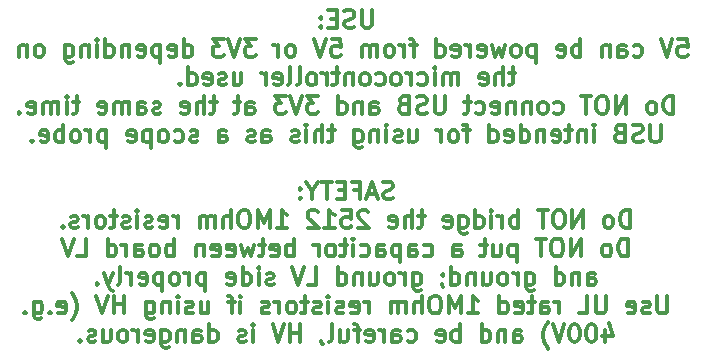
<source format=gbr>
%TF.GenerationSoftware,KiCad,Pcbnew,(6.0.4)*%
%TF.CreationDate,2023-01-21T01:53:36+00:00*%
%TF.ProjectId,Diff_probe,44696666-5f70-4726-9f62-652e6b696361,rev?*%
%TF.SameCoordinates,Original*%
%TF.FileFunction,Legend,Bot*%
%TF.FilePolarity,Positive*%
%FSLAX46Y46*%
G04 Gerber Fmt 4.6, Leading zero omitted, Abs format (unit mm)*
G04 Created by KiCad (PCBNEW (6.0.4)) date 2023-01-21 01:53:36*
%MOMM*%
%LPD*%
G01*
G04 APERTURE LIST*
%ADD10C,0.300000*%
G04 APERTURE END LIST*
D10*
X156178571Y-27796071D02*
X156178571Y-29010357D01*
X156107142Y-29153214D01*
X156035714Y-29224642D01*
X155892857Y-29296071D01*
X155607142Y-29296071D01*
X155464285Y-29224642D01*
X155392857Y-29153214D01*
X155321428Y-29010357D01*
X155321428Y-27796071D01*
X154678571Y-29224642D02*
X154464285Y-29296071D01*
X154107142Y-29296071D01*
X153964285Y-29224642D01*
X153892857Y-29153214D01*
X153821428Y-29010357D01*
X153821428Y-28867500D01*
X153892857Y-28724642D01*
X153964285Y-28653214D01*
X154107142Y-28581785D01*
X154392857Y-28510357D01*
X154535714Y-28438928D01*
X154607142Y-28367500D01*
X154678571Y-28224642D01*
X154678571Y-28081785D01*
X154607142Y-27938928D01*
X154535714Y-27867500D01*
X154392857Y-27796071D01*
X154035714Y-27796071D01*
X153821428Y-27867500D01*
X153178571Y-28510357D02*
X152678571Y-28510357D01*
X152464285Y-29296071D02*
X153178571Y-29296071D01*
X153178571Y-27796071D01*
X152464285Y-27796071D01*
X151821428Y-29153214D02*
X151750000Y-29224642D01*
X151821428Y-29296071D01*
X151892857Y-29224642D01*
X151821428Y-29153214D01*
X151821428Y-29296071D01*
X151821428Y-28367500D02*
X151750000Y-28438928D01*
X151821428Y-28510357D01*
X151892857Y-28438928D01*
X151821428Y-28367500D01*
X151821428Y-28510357D01*
X182107142Y-30211071D02*
X182821428Y-30211071D01*
X182892857Y-30925357D01*
X182821428Y-30853928D01*
X182678571Y-30782500D01*
X182321428Y-30782500D01*
X182178571Y-30853928D01*
X182107142Y-30925357D01*
X182035714Y-31068214D01*
X182035714Y-31425357D01*
X182107142Y-31568214D01*
X182178571Y-31639642D01*
X182321428Y-31711071D01*
X182678571Y-31711071D01*
X182821428Y-31639642D01*
X182892857Y-31568214D01*
X181607142Y-30211071D02*
X181107142Y-31711071D01*
X180607142Y-30211071D01*
X178321428Y-31639642D02*
X178464285Y-31711071D01*
X178750000Y-31711071D01*
X178892857Y-31639642D01*
X178964285Y-31568214D01*
X179035714Y-31425357D01*
X179035714Y-30996785D01*
X178964285Y-30853928D01*
X178892857Y-30782500D01*
X178750000Y-30711071D01*
X178464285Y-30711071D01*
X178321428Y-30782500D01*
X177035714Y-31711071D02*
X177035714Y-30925357D01*
X177107142Y-30782500D01*
X177250000Y-30711071D01*
X177535714Y-30711071D01*
X177678571Y-30782500D01*
X177035714Y-31639642D02*
X177178571Y-31711071D01*
X177535714Y-31711071D01*
X177678571Y-31639642D01*
X177750000Y-31496785D01*
X177750000Y-31353928D01*
X177678571Y-31211071D01*
X177535714Y-31139642D01*
X177178571Y-31139642D01*
X177035714Y-31068214D01*
X176321428Y-30711071D02*
X176321428Y-31711071D01*
X176321428Y-30853928D02*
X176250000Y-30782500D01*
X176107142Y-30711071D01*
X175892857Y-30711071D01*
X175750000Y-30782500D01*
X175678571Y-30925357D01*
X175678571Y-31711071D01*
X173821428Y-31711071D02*
X173821428Y-30211071D01*
X173821428Y-30782500D02*
X173678571Y-30711071D01*
X173392857Y-30711071D01*
X173250000Y-30782500D01*
X173178571Y-30853928D01*
X173107142Y-30996785D01*
X173107142Y-31425357D01*
X173178571Y-31568214D01*
X173250000Y-31639642D01*
X173392857Y-31711071D01*
X173678571Y-31711071D01*
X173821428Y-31639642D01*
X171892857Y-31639642D02*
X172035714Y-31711071D01*
X172321428Y-31711071D01*
X172464285Y-31639642D01*
X172535714Y-31496785D01*
X172535714Y-30925357D01*
X172464285Y-30782500D01*
X172321428Y-30711071D01*
X172035714Y-30711071D01*
X171892857Y-30782500D01*
X171821428Y-30925357D01*
X171821428Y-31068214D01*
X172535714Y-31211071D01*
X170035714Y-30711071D02*
X170035714Y-32211071D01*
X170035714Y-30782500D02*
X169892857Y-30711071D01*
X169607142Y-30711071D01*
X169464285Y-30782500D01*
X169392857Y-30853928D01*
X169321428Y-30996785D01*
X169321428Y-31425357D01*
X169392857Y-31568214D01*
X169464285Y-31639642D01*
X169607142Y-31711071D01*
X169892857Y-31711071D01*
X170035714Y-31639642D01*
X168464285Y-31711071D02*
X168607142Y-31639642D01*
X168678571Y-31568214D01*
X168750000Y-31425357D01*
X168750000Y-30996785D01*
X168678571Y-30853928D01*
X168607142Y-30782500D01*
X168464285Y-30711071D01*
X168250000Y-30711071D01*
X168107142Y-30782500D01*
X168035714Y-30853928D01*
X167964285Y-30996785D01*
X167964285Y-31425357D01*
X168035714Y-31568214D01*
X168107142Y-31639642D01*
X168250000Y-31711071D01*
X168464285Y-31711071D01*
X167464285Y-30711071D02*
X167178571Y-31711071D01*
X166892857Y-30996785D01*
X166607142Y-31711071D01*
X166321428Y-30711071D01*
X165178571Y-31639642D02*
X165321428Y-31711071D01*
X165607142Y-31711071D01*
X165750000Y-31639642D01*
X165821428Y-31496785D01*
X165821428Y-30925357D01*
X165750000Y-30782500D01*
X165607142Y-30711071D01*
X165321428Y-30711071D01*
X165178571Y-30782500D01*
X165107142Y-30925357D01*
X165107142Y-31068214D01*
X165821428Y-31211071D01*
X164464285Y-31711071D02*
X164464285Y-30711071D01*
X164464285Y-30996785D02*
X164392857Y-30853928D01*
X164321428Y-30782500D01*
X164178571Y-30711071D01*
X164035714Y-30711071D01*
X162964285Y-31639642D02*
X163107142Y-31711071D01*
X163392857Y-31711071D01*
X163535714Y-31639642D01*
X163607142Y-31496785D01*
X163607142Y-30925357D01*
X163535714Y-30782500D01*
X163392857Y-30711071D01*
X163107142Y-30711071D01*
X162964285Y-30782500D01*
X162892857Y-30925357D01*
X162892857Y-31068214D01*
X163607142Y-31211071D01*
X161607142Y-31711071D02*
X161607142Y-30211071D01*
X161607142Y-31639642D02*
X161750000Y-31711071D01*
X162035714Y-31711071D01*
X162178571Y-31639642D01*
X162250000Y-31568214D01*
X162321428Y-31425357D01*
X162321428Y-30996785D01*
X162250000Y-30853928D01*
X162178571Y-30782500D01*
X162035714Y-30711071D01*
X161750000Y-30711071D01*
X161607142Y-30782500D01*
X159964285Y-30711071D02*
X159392857Y-30711071D01*
X159750000Y-31711071D02*
X159750000Y-30425357D01*
X159678571Y-30282500D01*
X159535714Y-30211071D01*
X159392857Y-30211071D01*
X158892857Y-31711071D02*
X158892857Y-30711071D01*
X158892857Y-30996785D02*
X158821428Y-30853928D01*
X158750000Y-30782500D01*
X158607142Y-30711071D01*
X158464285Y-30711071D01*
X157750000Y-31711071D02*
X157892857Y-31639642D01*
X157964285Y-31568214D01*
X158035714Y-31425357D01*
X158035714Y-30996785D01*
X157964285Y-30853928D01*
X157892857Y-30782500D01*
X157750000Y-30711071D01*
X157535714Y-30711071D01*
X157392857Y-30782500D01*
X157321428Y-30853928D01*
X157250000Y-30996785D01*
X157250000Y-31425357D01*
X157321428Y-31568214D01*
X157392857Y-31639642D01*
X157535714Y-31711071D01*
X157750000Y-31711071D01*
X156607142Y-31711071D02*
X156607142Y-30711071D01*
X156607142Y-30853928D02*
X156535714Y-30782500D01*
X156392857Y-30711071D01*
X156178571Y-30711071D01*
X156035714Y-30782500D01*
X155964285Y-30925357D01*
X155964285Y-31711071D01*
X155964285Y-30925357D02*
X155892857Y-30782500D01*
X155750000Y-30711071D01*
X155535714Y-30711071D01*
X155392857Y-30782500D01*
X155321428Y-30925357D01*
X155321428Y-31711071D01*
X152750000Y-30211071D02*
X153464285Y-30211071D01*
X153535714Y-30925357D01*
X153464285Y-30853928D01*
X153321428Y-30782500D01*
X152964285Y-30782500D01*
X152821428Y-30853928D01*
X152750000Y-30925357D01*
X152678571Y-31068214D01*
X152678571Y-31425357D01*
X152750000Y-31568214D01*
X152821428Y-31639642D01*
X152964285Y-31711071D01*
X153321428Y-31711071D01*
X153464285Y-31639642D01*
X153535714Y-31568214D01*
X152250000Y-30211071D02*
X151750000Y-31711071D01*
X151250000Y-30211071D01*
X149392857Y-31711071D02*
X149535714Y-31639642D01*
X149607142Y-31568214D01*
X149678571Y-31425357D01*
X149678571Y-30996785D01*
X149607142Y-30853928D01*
X149535714Y-30782500D01*
X149392857Y-30711071D01*
X149178571Y-30711071D01*
X149035714Y-30782500D01*
X148964285Y-30853928D01*
X148892857Y-30996785D01*
X148892857Y-31425357D01*
X148964285Y-31568214D01*
X149035714Y-31639642D01*
X149178571Y-31711071D01*
X149392857Y-31711071D01*
X148250000Y-31711071D02*
X148250000Y-30711071D01*
X148250000Y-30996785D02*
X148178571Y-30853928D01*
X148107142Y-30782500D01*
X147964285Y-30711071D01*
X147821428Y-30711071D01*
X146321428Y-30211071D02*
X145392857Y-30211071D01*
X145892857Y-30782500D01*
X145678571Y-30782500D01*
X145535714Y-30853928D01*
X145464285Y-30925357D01*
X145392857Y-31068214D01*
X145392857Y-31425357D01*
X145464285Y-31568214D01*
X145535714Y-31639642D01*
X145678571Y-31711071D01*
X146107142Y-31711071D01*
X146250000Y-31639642D01*
X146321428Y-31568214D01*
X144964285Y-30211071D02*
X144464285Y-31711071D01*
X143964285Y-30211071D01*
X143607142Y-30211071D02*
X142678571Y-30211071D01*
X143178571Y-30782500D01*
X142964285Y-30782500D01*
X142821428Y-30853928D01*
X142750000Y-30925357D01*
X142678571Y-31068214D01*
X142678571Y-31425357D01*
X142750000Y-31568214D01*
X142821428Y-31639642D01*
X142964285Y-31711071D01*
X143392857Y-31711071D01*
X143535714Y-31639642D01*
X143607142Y-31568214D01*
X140250000Y-31711071D02*
X140250000Y-30211071D01*
X140250000Y-31639642D02*
X140392857Y-31711071D01*
X140678571Y-31711071D01*
X140821428Y-31639642D01*
X140892857Y-31568214D01*
X140964285Y-31425357D01*
X140964285Y-30996785D01*
X140892857Y-30853928D01*
X140821428Y-30782500D01*
X140678571Y-30711071D01*
X140392857Y-30711071D01*
X140250000Y-30782500D01*
X138964285Y-31639642D02*
X139107142Y-31711071D01*
X139392857Y-31711071D01*
X139535714Y-31639642D01*
X139607142Y-31496785D01*
X139607142Y-30925357D01*
X139535714Y-30782500D01*
X139392857Y-30711071D01*
X139107142Y-30711071D01*
X138964285Y-30782500D01*
X138892857Y-30925357D01*
X138892857Y-31068214D01*
X139607142Y-31211071D01*
X138250000Y-30711071D02*
X138250000Y-32211071D01*
X138250000Y-30782500D02*
X138107142Y-30711071D01*
X137821428Y-30711071D01*
X137678571Y-30782500D01*
X137607142Y-30853928D01*
X137535714Y-30996785D01*
X137535714Y-31425357D01*
X137607142Y-31568214D01*
X137678571Y-31639642D01*
X137821428Y-31711071D01*
X138107142Y-31711071D01*
X138250000Y-31639642D01*
X136321428Y-31639642D02*
X136464285Y-31711071D01*
X136750000Y-31711071D01*
X136892857Y-31639642D01*
X136964285Y-31496785D01*
X136964285Y-30925357D01*
X136892857Y-30782500D01*
X136750000Y-30711071D01*
X136464285Y-30711071D01*
X136321428Y-30782500D01*
X136250000Y-30925357D01*
X136250000Y-31068214D01*
X136964285Y-31211071D01*
X135607142Y-30711071D02*
X135607142Y-31711071D01*
X135607142Y-30853928D02*
X135535714Y-30782500D01*
X135392857Y-30711071D01*
X135178571Y-30711071D01*
X135035714Y-30782500D01*
X134964285Y-30925357D01*
X134964285Y-31711071D01*
X133607142Y-31711071D02*
X133607142Y-30211071D01*
X133607142Y-31639642D02*
X133750000Y-31711071D01*
X134035714Y-31711071D01*
X134178571Y-31639642D01*
X134250000Y-31568214D01*
X134321428Y-31425357D01*
X134321428Y-30996785D01*
X134250000Y-30853928D01*
X134178571Y-30782500D01*
X134035714Y-30711071D01*
X133750000Y-30711071D01*
X133607142Y-30782500D01*
X132892857Y-31711071D02*
X132892857Y-30711071D01*
X132892857Y-30211071D02*
X132964285Y-30282500D01*
X132892857Y-30353928D01*
X132821428Y-30282500D01*
X132892857Y-30211071D01*
X132892857Y-30353928D01*
X132178571Y-30711071D02*
X132178571Y-31711071D01*
X132178571Y-30853928D02*
X132107142Y-30782500D01*
X131964285Y-30711071D01*
X131750000Y-30711071D01*
X131607142Y-30782500D01*
X131535714Y-30925357D01*
X131535714Y-31711071D01*
X130178571Y-30711071D02*
X130178571Y-31925357D01*
X130250000Y-32068214D01*
X130321428Y-32139642D01*
X130464285Y-32211071D01*
X130678571Y-32211071D01*
X130821428Y-32139642D01*
X130178571Y-31639642D02*
X130321428Y-31711071D01*
X130607142Y-31711071D01*
X130750000Y-31639642D01*
X130821428Y-31568214D01*
X130892857Y-31425357D01*
X130892857Y-30996785D01*
X130821428Y-30853928D01*
X130750000Y-30782500D01*
X130607142Y-30711071D01*
X130321428Y-30711071D01*
X130178571Y-30782500D01*
X128107142Y-31711071D02*
X128250000Y-31639642D01*
X128321428Y-31568214D01*
X128392857Y-31425357D01*
X128392857Y-30996785D01*
X128321428Y-30853928D01*
X128250000Y-30782500D01*
X128107142Y-30711071D01*
X127892857Y-30711071D01*
X127750000Y-30782500D01*
X127678571Y-30853928D01*
X127607142Y-30996785D01*
X127607142Y-31425357D01*
X127678571Y-31568214D01*
X127750000Y-31639642D01*
X127892857Y-31711071D01*
X128107142Y-31711071D01*
X126964285Y-30711071D02*
X126964285Y-31711071D01*
X126964285Y-30853928D02*
X126892857Y-30782500D01*
X126750000Y-30711071D01*
X126535714Y-30711071D01*
X126392857Y-30782500D01*
X126321428Y-30925357D01*
X126321428Y-31711071D01*
X168321428Y-33126071D02*
X167750000Y-33126071D01*
X168107142Y-32626071D02*
X168107142Y-33911785D01*
X168035714Y-34054642D01*
X167892857Y-34126071D01*
X167750000Y-34126071D01*
X167250000Y-34126071D02*
X167250000Y-32626071D01*
X166607142Y-34126071D02*
X166607142Y-33340357D01*
X166678571Y-33197500D01*
X166821428Y-33126071D01*
X167035714Y-33126071D01*
X167178571Y-33197500D01*
X167250000Y-33268928D01*
X165321428Y-34054642D02*
X165464285Y-34126071D01*
X165750000Y-34126071D01*
X165892857Y-34054642D01*
X165964285Y-33911785D01*
X165964285Y-33340357D01*
X165892857Y-33197500D01*
X165750000Y-33126071D01*
X165464285Y-33126071D01*
X165321428Y-33197500D01*
X165250000Y-33340357D01*
X165250000Y-33483214D01*
X165964285Y-33626071D01*
X163464285Y-34126071D02*
X163464285Y-33126071D01*
X163464285Y-33268928D02*
X163392857Y-33197500D01*
X163250000Y-33126071D01*
X163035714Y-33126071D01*
X162892857Y-33197500D01*
X162821428Y-33340357D01*
X162821428Y-34126071D01*
X162821428Y-33340357D02*
X162750000Y-33197500D01*
X162607142Y-33126071D01*
X162392857Y-33126071D01*
X162250000Y-33197500D01*
X162178571Y-33340357D01*
X162178571Y-34126071D01*
X161464285Y-34126071D02*
X161464285Y-33126071D01*
X161464285Y-32626071D02*
X161535714Y-32697500D01*
X161464285Y-32768928D01*
X161392857Y-32697500D01*
X161464285Y-32626071D01*
X161464285Y-32768928D01*
X160107142Y-34054642D02*
X160250000Y-34126071D01*
X160535714Y-34126071D01*
X160678571Y-34054642D01*
X160750000Y-33983214D01*
X160821428Y-33840357D01*
X160821428Y-33411785D01*
X160750000Y-33268928D01*
X160678571Y-33197500D01*
X160535714Y-33126071D01*
X160250000Y-33126071D01*
X160107142Y-33197500D01*
X159464285Y-34126071D02*
X159464285Y-33126071D01*
X159464285Y-33411785D02*
X159392857Y-33268928D01*
X159321428Y-33197500D01*
X159178571Y-33126071D01*
X159035714Y-33126071D01*
X158321428Y-34126071D02*
X158464285Y-34054642D01*
X158535714Y-33983214D01*
X158607142Y-33840357D01*
X158607142Y-33411785D01*
X158535714Y-33268928D01*
X158464285Y-33197500D01*
X158321428Y-33126071D01*
X158107142Y-33126071D01*
X157964285Y-33197500D01*
X157892857Y-33268928D01*
X157821428Y-33411785D01*
X157821428Y-33840357D01*
X157892857Y-33983214D01*
X157964285Y-34054642D01*
X158107142Y-34126071D01*
X158321428Y-34126071D01*
X156535714Y-34054642D02*
X156678571Y-34126071D01*
X156964285Y-34126071D01*
X157107142Y-34054642D01*
X157178571Y-33983214D01*
X157250000Y-33840357D01*
X157250000Y-33411785D01*
X157178571Y-33268928D01*
X157107142Y-33197500D01*
X156964285Y-33126071D01*
X156678571Y-33126071D01*
X156535714Y-33197500D01*
X155678571Y-34126071D02*
X155821428Y-34054642D01*
X155892857Y-33983214D01*
X155964285Y-33840357D01*
X155964285Y-33411785D01*
X155892857Y-33268928D01*
X155821428Y-33197500D01*
X155678571Y-33126071D01*
X155464285Y-33126071D01*
X155321428Y-33197500D01*
X155250000Y-33268928D01*
X155178571Y-33411785D01*
X155178571Y-33840357D01*
X155250000Y-33983214D01*
X155321428Y-34054642D01*
X155464285Y-34126071D01*
X155678571Y-34126071D01*
X154535714Y-33126071D02*
X154535714Y-34126071D01*
X154535714Y-33268928D02*
X154464285Y-33197500D01*
X154321428Y-33126071D01*
X154107142Y-33126071D01*
X153964285Y-33197500D01*
X153892857Y-33340357D01*
X153892857Y-34126071D01*
X153392857Y-33126071D02*
X152821428Y-33126071D01*
X153178571Y-32626071D02*
X153178571Y-33911785D01*
X153107142Y-34054642D01*
X152964285Y-34126071D01*
X152821428Y-34126071D01*
X152321428Y-34126071D02*
X152321428Y-33126071D01*
X152321428Y-33411785D02*
X152250000Y-33268928D01*
X152178571Y-33197500D01*
X152035714Y-33126071D01*
X151892857Y-33126071D01*
X151178571Y-34126071D02*
X151321428Y-34054642D01*
X151392857Y-33983214D01*
X151464285Y-33840357D01*
X151464285Y-33411785D01*
X151392857Y-33268928D01*
X151321428Y-33197500D01*
X151178571Y-33126071D01*
X150964285Y-33126071D01*
X150821428Y-33197500D01*
X150750000Y-33268928D01*
X150678571Y-33411785D01*
X150678571Y-33840357D01*
X150750000Y-33983214D01*
X150821428Y-34054642D01*
X150964285Y-34126071D01*
X151178571Y-34126071D01*
X149821428Y-34126071D02*
X149964285Y-34054642D01*
X150035714Y-33911785D01*
X150035714Y-32626071D01*
X149035714Y-34126071D02*
X149178571Y-34054642D01*
X149250000Y-33911785D01*
X149250000Y-32626071D01*
X147892857Y-34054642D02*
X148035714Y-34126071D01*
X148321428Y-34126071D01*
X148464285Y-34054642D01*
X148535714Y-33911785D01*
X148535714Y-33340357D01*
X148464285Y-33197500D01*
X148321428Y-33126071D01*
X148035714Y-33126071D01*
X147892857Y-33197500D01*
X147821428Y-33340357D01*
X147821428Y-33483214D01*
X148535714Y-33626071D01*
X147178571Y-34126071D02*
X147178571Y-33126071D01*
X147178571Y-33411785D02*
X147107142Y-33268928D01*
X147035714Y-33197500D01*
X146892857Y-33126071D01*
X146750000Y-33126071D01*
X144464285Y-33126071D02*
X144464285Y-34126071D01*
X145107142Y-33126071D02*
X145107142Y-33911785D01*
X145035714Y-34054642D01*
X144892857Y-34126071D01*
X144678571Y-34126071D01*
X144535714Y-34054642D01*
X144464285Y-33983214D01*
X143821428Y-34054642D02*
X143678571Y-34126071D01*
X143392857Y-34126071D01*
X143250000Y-34054642D01*
X143178571Y-33911785D01*
X143178571Y-33840357D01*
X143250000Y-33697500D01*
X143392857Y-33626071D01*
X143607142Y-33626071D01*
X143750000Y-33554642D01*
X143821428Y-33411785D01*
X143821428Y-33340357D01*
X143750000Y-33197500D01*
X143607142Y-33126071D01*
X143392857Y-33126071D01*
X143250000Y-33197500D01*
X141964285Y-34054642D02*
X142107142Y-34126071D01*
X142392857Y-34126071D01*
X142535714Y-34054642D01*
X142607142Y-33911785D01*
X142607142Y-33340357D01*
X142535714Y-33197500D01*
X142392857Y-33126071D01*
X142107142Y-33126071D01*
X141964285Y-33197500D01*
X141892857Y-33340357D01*
X141892857Y-33483214D01*
X142607142Y-33626071D01*
X140607142Y-34126071D02*
X140607142Y-32626071D01*
X140607142Y-34054642D02*
X140750000Y-34126071D01*
X141035714Y-34126071D01*
X141178571Y-34054642D01*
X141250000Y-33983214D01*
X141321428Y-33840357D01*
X141321428Y-33411785D01*
X141250000Y-33268928D01*
X141178571Y-33197500D01*
X141035714Y-33126071D01*
X140750000Y-33126071D01*
X140607142Y-33197500D01*
X139892857Y-33983214D02*
X139821428Y-34054642D01*
X139892857Y-34126071D01*
X139964285Y-34054642D01*
X139892857Y-33983214D01*
X139892857Y-34126071D01*
X181678571Y-36541071D02*
X181678571Y-35041071D01*
X181321428Y-35041071D01*
X181107142Y-35112500D01*
X180964285Y-35255357D01*
X180892857Y-35398214D01*
X180821428Y-35683928D01*
X180821428Y-35898214D01*
X180892857Y-36183928D01*
X180964285Y-36326785D01*
X181107142Y-36469642D01*
X181321428Y-36541071D01*
X181678571Y-36541071D01*
X179964285Y-36541071D02*
X180107142Y-36469642D01*
X180178571Y-36398214D01*
X180250000Y-36255357D01*
X180250000Y-35826785D01*
X180178571Y-35683928D01*
X180107142Y-35612500D01*
X179964285Y-35541071D01*
X179750000Y-35541071D01*
X179607142Y-35612500D01*
X179535714Y-35683928D01*
X179464285Y-35826785D01*
X179464285Y-36255357D01*
X179535714Y-36398214D01*
X179607142Y-36469642D01*
X179750000Y-36541071D01*
X179964285Y-36541071D01*
X177678571Y-36541071D02*
X177678571Y-35041071D01*
X176821428Y-36541071D01*
X176821428Y-35041071D01*
X175821428Y-35041071D02*
X175535714Y-35041071D01*
X175392857Y-35112500D01*
X175250000Y-35255357D01*
X175178571Y-35541071D01*
X175178571Y-36041071D01*
X175250000Y-36326785D01*
X175392857Y-36469642D01*
X175535714Y-36541071D01*
X175821428Y-36541071D01*
X175964285Y-36469642D01*
X176107142Y-36326785D01*
X176178571Y-36041071D01*
X176178571Y-35541071D01*
X176107142Y-35255357D01*
X175964285Y-35112500D01*
X175821428Y-35041071D01*
X174750000Y-35041071D02*
X173892857Y-35041071D01*
X174321428Y-36541071D02*
X174321428Y-35041071D01*
X171607142Y-36469642D02*
X171750000Y-36541071D01*
X172035714Y-36541071D01*
X172178571Y-36469642D01*
X172250000Y-36398214D01*
X172321428Y-36255357D01*
X172321428Y-35826785D01*
X172250000Y-35683928D01*
X172178571Y-35612500D01*
X172035714Y-35541071D01*
X171750000Y-35541071D01*
X171607142Y-35612500D01*
X170750000Y-36541071D02*
X170892857Y-36469642D01*
X170964285Y-36398214D01*
X171035714Y-36255357D01*
X171035714Y-35826785D01*
X170964285Y-35683928D01*
X170892857Y-35612500D01*
X170750000Y-35541071D01*
X170535714Y-35541071D01*
X170392857Y-35612500D01*
X170321428Y-35683928D01*
X170250000Y-35826785D01*
X170250000Y-36255357D01*
X170321428Y-36398214D01*
X170392857Y-36469642D01*
X170535714Y-36541071D01*
X170750000Y-36541071D01*
X169607142Y-35541071D02*
X169607142Y-36541071D01*
X169607142Y-35683928D02*
X169535714Y-35612500D01*
X169392857Y-35541071D01*
X169178571Y-35541071D01*
X169035714Y-35612500D01*
X168964285Y-35755357D01*
X168964285Y-36541071D01*
X168250000Y-35541071D02*
X168250000Y-36541071D01*
X168250000Y-35683928D02*
X168178571Y-35612500D01*
X168035714Y-35541071D01*
X167821428Y-35541071D01*
X167678571Y-35612500D01*
X167607142Y-35755357D01*
X167607142Y-36541071D01*
X166321428Y-36469642D02*
X166464285Y-36541071D01*
X166750000Y-36541071D01*
X166892857Y-36469642D01*
X166964285Y-36326785D01*
X166964285Y-35755357D01*
X166892857Y-35612500D01*
X166750000Y-35541071D01*
X166464285Y-35541071D01*
X166321428Y-35612500D01*
X166250000Y-35755357D01*
X166250000Y-35898214D01*
X166964285Y-36041071D01*
X164964285Y-36469642D02*
X165107142Y-36541071D01*
X165392857Y-36541071D01*
X165535714Y-36469642D01*
X165607142Y-36398214D01*
X165678571Y-36255357D01*
X165678571Y-35826785D01*
X165607142Y-35683928D01*
X165535714Y-35612500D01*
X165392857Y-35541071D01*
X165107142Y-35541071D01*
X164964285Y-35612500D01*
X164535714Y-35541071D02*
X163964285Y-35541071D01*
X164321428Y-35041071D02*
X164321428Y-36326785D01*
X164250000Y-36469642D01*
X164107142Y-36541071D01*
X163964285Y-36541071D01*
X162321428Y-35041071D02*
X162321428Y-36255357D01*
X162250000Y-36398214D01*
X162178571Y-36469642D01*
X162035714Y-36541071D01*
X161750000Y-36541071D01*
X161607142Y-36469642D01*
X161535714Y-36398214D01*
X161464285Y-36255357D01*
X161464285Y-35041071D01*
X160821428Y-36469642D02*
X160607142Y-36541071D01*
X160250000Y-36541071D01*
X160107142Y-36469642D01*
X160035714Y-36398214D01*
X159964285Y-36255357D01*
X159964285Y-36112500D01*
X160035714Y-35969642D01*
X160107142Y-35898214D01*
X160250000Y-35826785D01*
X160535714Y-35755357D01*
X160678571Y-35683928D01*
X160750000Y-35612500D01*
X160821428Y-35469642D01*
X160821428Y-35326785D01*
X160750000Y-35183928D01*
X160678571Y-35112500D01*
X160535714Y-35041071D01*
X160178571Y-35041071D01*
X159964285Y-35112500D01*
X158821428Y-35755357D02*
X158607142Y-35826785D01*
X158535714Y-35898214D01*
X158464285Y-36041071D01*
X158464285Y-36255357D01*
X158535714Y-36398214D01*
X158607142Y-36469642D01*
X158750000Y-36541071D01*
X159321428Y-36541071D01*
X159321428Y-35041071D01*
X158821428Y-35041071D01*
X158678571Y-35112500D01*
X158607142Y-35183928D01*
X158535714Y-35326785D01*
X158535714Y-35469642D01*
X158607142Y-35612500D01*
X158678571Y-35683928D01*
X158821428Y-35755357D01*
X159321428Y-35755357D01*
X156035714Y-36541071D02*
X156035714Y-35755357D01*
X156107142Y-35612500D01*
X156250000Y-35541071D01*
X156535714Y-35541071D01*
X156678571Y-35612500D01*
X156035714Y-36469642D02*
X156178571Y-36541071D01*
X156535714Y-36541071D01*
X156678571Y-36469642D01*
X156750000Y-36326785D01*
X156750000Y-36183928D01*
X156678571Y-36041071D01*
X156535714Y-35969642D01*
X156178571Y-35969642D01*
X156035714Y-35898214D01*
X155321428Y-35541071D02*
X155321428Y-36541071D01*
X155321428Y-35683928D02*
X155250000Y-35612500D01*
X155107142Y-35541071D01*
X154892857Y-35541071D01*
X154750000Y-35612500D01*
X154678571Y-35755357D01*
X154678571Y-36541071D01*
X153321428Y-36541071D02*
X153321428Y-35041071D01*
X153321428Y-36469642D02*
X153464285Y-36541071D01*
X153750000Y-36541071D01*
X153892857Y-36469642D01*
X153964285Y-36398214D01*
X154035714Y-36255357D01*
X154035714Y-35826785D01*
X153964285Y-35683928D01*
X153892857Y-35612500D01*
X153750000Y-35541071D01*
X153464285Y-35541071D01*
X153321428Y-35612500D01*
X151607142Y-35041071D02*
X150678571Y-35041071D01*
X151178571Y-35612500D01*
X150964285Y-35612500D01*
X150821428Y-35683928D01*
X150750000Y-35755357D01*
X150678571Y-35898214D01*
X150678571Y-36255357D01*
X150750000Y-36398214D01*
X150821428Y-36469642D01*
X150964285Y-36541071D01*
X151392857Y-36541071D01*
X151535714Y-36469642D01*
X151607142Y-36398214D01*
X150250000Y-35041071D02*
X149750000Y-36541071D01*
X149250000Y-35041071D01*
X148892857Y-35041071D02*
X147964285Y-35041071D01*
X148464285Y-35612500D01*
X148250000Y-35612500D01*
X148107142Y-35683928D01*
X148035714Y-35755357D01*
X147964285Y-35898214D01*
X147964285Y-36255357D01*
X148035714Y-36398214D01*
X148107142Y-36469642D01*
X148250000Y-36541071D01*
X148678571Y-36541071D01*
X148821428Y-36469642D01*
X148892857Y-36398214D01*
X145535714Y-36541071D02*
X145535714Y-35755357D01*
X145607142Y-35612500D01*
X145750000Y-35541071D01*
X146035714Y-35541071D01*
X146178571Y-35612500D01*
X145535714Y-36469642D02*
X145678571Y-36541071D01*
X146035714Y-36541071D01*
X146178571Y-36469642D01*
X146250000Y-36326785D01*
X146250000Y-36183928D01*
X146178571Y-36041071D01*
X146035714Y-35969642D01*
X145678571Y-35969642D01*
X145535714Y-35898214D01*
X145035714Y-35541071D02*
X144464285Y-35541071D01*
X144821428Y-35041071D02*
X144821428Y-36326785D01*
X144750000Y-36469642D01*
X144607142Y-36541071D01*
X144464285Y-36541071D01*
X143035714Y-35541071D02*
X142464285Y-35541071D01*
X142821428Y-35041071D02*
X142821428Y-36326785D01*
X142750000Y-36469642D01*
X142607142Y-36541071D01*
X142464285Y-36541071D01*
X141964285Y-36541071D02*
X141964285Y-35041071D01*
X141321428Y-36541071D02*
X141321428Y-35755357D01*
X141392857Y-35612500D01*
X141535714Y-35541071D01*
X141750000Y-35541071D01*
X141892857Y-35612500D01*
X141964285Y-35683928D01*
X140035714Y-36469642D02*
X140178571Y-36541071D01*
X140464285Y-36541071D01*
X140607142Y-36469642D01*
X140678571Y-36326785D01*
X140678571Y-35755357D01*
X140607142Y-35612500D01*
X140464285Y-35541071D01*
X140178571Y-35541071D01*
X140035714Y-35612500D01*
X139964285Y-35755357D01*
X139964285Y-35898214D01*
X140678571Y-36041071D01*
X138250000Y-36469642D02*
X138107142Y-36541071D01*
X137821428Y-36541071D01*
X137678571Y-36469642D01*
X137607142Y-36326785D01*
X137607142Y-36255357D01*
X137678571Y-36112500D01*
X137821428Y-36041071D01*
X138035714Y-36041071D01*
X138178571Y-35969642D01*
X138250000Y-35826785D01*
X138250000Y-35755357D01*
X138178571Y-35612500D01*
X138035714Y-35541071D01*
X137821428Y-35541071D01*
X137678571Y-35612500D01*
X136321428Y-36541071D02*
X136321428Y-35755357D01*
X136392857Y-35612500D01*
X136535714Y-35541071D01*
X136821428Y-35541071D01*
X136964285Y-35612500D01*
X136321428Y-36469642D02*
X136464285Y-36541071D01*
X136821428Y-36541071D01*
X136964285Y-36469642D01*
X137035714Y-36326785D01*
X137035714Y-36183928D01*
X136964285Y-36041071D01*
X136821428Y-35969642D01*
X136464285Y-35969642D01*
X136321428Y-35898214D01*
X135607142Y-36541071D02*
X135607142Y-35541071D01*
X135607142Y-35683928D02*
X135535714Y-35612500D01*
X135392857Y-35541071D01*
X135178571Y-35541071D01*
X135035714Y-35612500D01*
X134964285Y-35755357D01*
X134964285Y-36541071D01*
X134964285Y-35755357D02*
X134892857Y-35612500D01*
X134750000Y-35541071D01*
X134535714Y-35541071D01*
X134392857Y-35612500D01*
X134321428Y-35755357D01*
X134321428Y-36541071D01*
X133035714Y-36469642D02*
X133178571Y-36541071D01*
X133464285Y-36541071D01*
X133607142Y-36469642D01*
X133678571Y-36326785D01*
X133678571Y-35755357D01*
X133607142Y-35612500D01*
X133464285Y-35541071D01*
X133178571Y-35541071D01*
X133035714Y-35612500D01*
X132964285Y-35755357D01*
X132964285Y-35898214D01*
X133678571Y-36041071D01*
X131392857Y-35541071D02*
X130821428Y-35541071D01*
X131178571Y-35041071D02*
X131178571Y-36326785D01*
X131107142Y-36469642D01*
X130964285Y-36541071D01*
X130821428Y-36541071D01*
X130321428Y-36541071D02*
X130321428Y-35541071D01*
X130321428Y-35041071D02*
X130392857Y-35112500D01*
X130321428Y-35183928D01*
X130250000Y-35112500D01*
X130321428Y-35041071D01*
X130321428Y-35183928D01*
X129607142Y-36541071D02*
X129607142Y-35541071D01*
X129607142Y-35683928D02*
X129535714Y-35612500D01*
X129392857Y-35541071D01*
X129178571Y-35541071D01*
X129035714Y-35612500D01*
X128964285Y-35755357D01*
X128964285Y-36541071D01*
X128964285Y-35755357D02*
X128892857Y-35612500D01*
X128750000Y-35541071D01*
X128535714Y-35541071D01*
X128392857Y-35612500D01*
X128321428Y-35755357D01*
X128321428Y-36541071D01*
X127035714Y-36469642D02*
X127178571Y-36541071D01*
X127464285Y-36541071D01*
X127607142Y-36469642D01*
X127678571Y-36326785D01*
X127678571Y-35755357D01*
X127607142Y-35612500D01*
X127464285Y-35541071D01*
X127178571Y-35541071D01*
X127035714Y-35612500D01*
X126964285Y-35755357D01*
X126964285Y-35898214D01*
X127678571Y-36041071D01*
X126321428Y-36398214D02*
X126250000Y-36469642D01*
X126321428Y-36541071D01*
X126392857Y-36469642D01*
X126321428Y-36398214D01*
X126321428Y-36541071D01*
X180607142Y-37456071D02*
X180607142Y-38670357D01*
X180535714Y-38813214D01*
X180464285Y-38884642D01*
X180321428Y-38956071D01*
X180035714Y-38956071D01*
X179892857Y-38884642D01*
X179821428Y-38813214D01*
X179750000Y-38670357D01*
X179750000Y-37456071D01*
X179107142Y-38884642D02*
X178892857Y-38956071D01*
X178535714Y-38956071D01*
X178392857Y-38884642D01*
X178321428Y-38813214D01*
X178250000Y-38670357D01*
X178250000Y-38527500D01*
X178321428Y-38384642D01*
X178392857Y-38313214D01*
X178535714Y-38241785D01*
X178821428Y-38170357D01*
X178964285Y-38098928D01*
X179035714Y-38027500D01*
X179107142Y-37884642D01*
X179107142Y-37741785D01*
X179035714Y-37598928D01*
X178964285Y-37527500D01*
X178821428Y-37456071D01*
X178464285Y-37456071D01*
X178250000Y-37527500D01*
X177107142Y-38170357D02*
X176892857Y-38241785D01*
X176821428Y-38313214D01*
X176750000Y-38456071D01*
X176750000Y-38670357D01*
X176821428Y-38813214D01*
X176892857Y-38884642D01*
X177035714Y-38956071D01*
X177607142Y-38956071D01*
X177607142Y-37456071D01*
X177107142Y-37456071D01*
X176964285Y-37527500D01*
X176892857Y-37598928D01*
X176821428Y-37741785D01*
X176821428Y-37884642D01*
X176892857Y-38027500D01*
X176964285Y-38098928D01*
X177107142Y-38170357D01*
X177607142Y-38170357D01*
X174964285Y-38956071D02*
X174964285Y-37956071D01*
X174964285Y-37456071D02*
X175035714Y-37527500D01*
X174964285Y-37598928D01*
X174892857Y-37527500D01*
X174964285Y-37456071D01*
X174964285Y-37598928D01*
X174250000Y-37956071D02*
X174250000Y-38956071D01*
X174250000Y-38098928D02*
X174178571Y-38027500D01*
X174035714Y-37956071D01*
X173821428Y-37956071D01*
X173678571Y-38027500D01*
X173607142Y-38170357D01*
X173607142Y-38956071D01*
X173107142Y-37956071D02*
X172535714Y-37956071D01*
X172892857Y-37456071D02*
X172892857Y-38741785D01*
X172821428Y-38884642D01*
X172678571Y-38956071D01*
X172535714Y-38956071D01*
X171464285Y-38884642D02*
X171607142Y-38956071D01*
X171892857Y-38956071D01*
X172035714Y-38884642D01*
X172107142Y-38741785D01*
X172107142Y-38170357D01*
X172035714Y-38027500D01*
X171892857Y-37956071D01*
X171607142Y-37956071D01*
X171464285Y-38027500D01*
X171392857Y-38170357D01*
X171392857Y-38313214D01*
X172107142Y-38456071D01*
X170750000Y-37956071D02*
X170750000Y-38956071D01*
X170750000Y-38098928D02*
X170678571Y-38027500D01*
X170535714Y-37956071D01*
X170321428Y-37956071D01*
X170178571Y-38027500D01*
X170107142Y-38170357D01*
X170107142Y-38956071D01*
X168750000Y-38956071D02*
X168750000Y-37456071D01*
X168750000Y-38884642D02*
X168892857Y-38956071D01*
X169178571Y-38956071D01*
X169321428Y-38884642D01*
X169392857Y-38813214D01*
X169464285Y-38670357D01*
X169464285Y-38241785D01*
X169392857Y-38098928D01*
X169321428Y-38027500D01*
X169178571Y-37956071D01*
X168892857Y-37956071D01*
X168750000Y-38027500D01*
X167464285Y-38884642D02*
X167607142Y-38956071D01*
X167892857Y-38956071D01*
X168035714Y-38884642D01*
X168107142Y-38741785D01*
X168107142Y-38170357D01*
X168035714Y-38027500D01*
X167892857Y-37956071D01*
X167607142Y-37956071D01*
X167464285Y-38027500D01*
X167392857Y-38170357D01*
X167392857Y-38313214D01*
X168107142Y-38456071D01*
X166107142Y-38956071D02*
X166107142Y-37456071D01*
X166107142Y-38884642D02*
X166250000Y-38956071D01*
X166535714Y-38956071D01*
X166678571Y-38884642D01*
X166750000Y-38813214D01*
X166821428Y-38670357D01*
X166821428Y-38241785D01*
X166750000Y-38098928D01*
X166678571Y-38027500D01*
X166535714Y-37956071D01*
X166250000Y-37956071D01*
X166107142Y-38027500D01*
X164464285Y-37956071D02*
X163892857Y-37956071D01*
X164250000Y-38956071D02*
X164250000Y-37670357D01*
X164178571Y-37527500D01*
X164035714Y-37456071D01*
X163892857Y-37456071D01*
X163178571Y-38956071D02*
X163321428Y-38884642D01*
X163392857Y-38813214D01*
X163464285Y-38670357D01*
X163464285Y-38241785D01*
X163392857Y-38098928D01*
X163321428Y-38027500D01*
X163178571Y-37956071D01*
X162964285Y-37956071D01*
X162821428Y-38027500D01*
X162750000Y-38098928D01*
X162678571Y-38241785D01*
X162678571Y-38670357D01*
X162750000Y-38813214D01*
X162821428Y-38884642D01*
X162964285Y-38956071D01*
X163178571Y-38956071D01*
X162035714Y-38956071D02*
X162035714Y-37956071D01*
X162035714Y-38241785D02*
X161964285Y-38098928D01*
X161892857Y-38027500D01*
X161750000Y-37956071D01*
X161607142Y-37956071D01*
X159321428Y-37956071D02*
X159321428Y-38956071D01*
X159964285Y-37956071D02*
X159964285Y-38741785D01*
X159892857Y-38884642D01*
X159750000Y-38956071D01*
X159535714Y-38956071D01*
X159392857Y-38884642D01*
X159321428Y-38813214D01*
X158678571Y-38884642D02*
X158535714Y-38956071D01*
X158250000Y-38956071D01*
X158107142Y-38884642D01*
X158035714Y-38741785D01*
X158035714Y-38670357D01*
X158107142Y-38527500D01*
X158250000Y-38456071D01*
X158464285Y-38456071D01*
X158607142Y-38384642D01*
X158678571Y-38241785D01*
X158678571Y-38170357D01*
X158607142Y-38027500D01*
X158464285Y-37956071D01*
X158250000Y-37956071D01*
X158107142Y-38027500D01*
X157392857Y-38956071D02*
X157392857Y-37956071D01*
X157392857Y-37456071D02*
X157464285Y-37527500D01*
X157392857Y-37598928D01*
X157321428Y-37527500D01*
X157392857Y-37456071D01*
X157392857Y-37598928D01*
X156678571Y-37956071D02*
X156678571Y-38956071D01*
X156678571Y-38098928D02*
X156607142Y-38027500D01*
X156464285Y-37956071D01*
X156250000Y-37956071D01*
X156107142Y-38027500D01*
X156035714Y-38170357D01*
X156035714Y-38956071D01*
X154678571Y-37956071D02*
X154678571Y-39170357D01*
X154750000Y-39313214D01*
X154821428Y-39384642D01*
X154964285Y-39456071D01*
X155178571Y-39456071D01*
X155321428Y-39384642D01*
X154678571Y-38884642D02*
X154821428Y-38956071D01*
X155107142Y-38956071D01*
X155250000Y-38884642D01*
X155321428Y-38813214D01*
X155392857Y-38670357D01*
X155392857Y-38241785D01*
X155321428Y-38098928D01*
X155250000Y-38027500D01*
X155107142Y-37956071D01*
X154821428Y-37956071D01*
X154678571Y-38027500D01*
X153035714Y-37956071D02*
X152464285Y-37956071D01*
X152821428Y-37456071D02*
X152821428Y-38741785D01*
X152750000Y-38884642D01*
X152607142Y-38956071D01*
X152464285Y-38956071D01*
X151964285Y-38956071D02*
X151964285Y-37456071D01*
X151321428Y-38956071D02*
X151321428Y-38170357D01*
X151392857Y-38027500D01*
X151535714Y-37956071D01*
X151750000Y-37956071D01*
X151892857Y-38027500D01*
X151964285Y-38098928D01*
X150607142Y-38956071D02*
X150607142Y-37956071D01*
X150607142Y-37456071D02*
X150678571Y-37527500D01*
X150607142Y-37598928D01*
X150535714Y-37527500D01*
X150607142Y-37456071D01*
X150607142Y-37598928D01*
X149964285Y-38884642D02*
X149821428Y-38956071D01*
X149535714Y-38956071D01*
X149392857Y-38884642D01*
X149321428Y-38741785D01*
X149321428Y-38670357D01*
X149392857Y-38527500D01*
X149535714Y-38456071D01*
X149750000Y-38456071D01*
X149892857Y-38384642D01*
X149964285Y-38241785D01*
X149964285Y-38170357D01*
X149892857Y-38027500D01*
X149750000Y-37956071D01*
X149535714Y-37956071D01*
X149392857Y-38027500D01*
X146892857Y-38956071D02*
X146892857Y-38170357D01*
X146964285Y-38027500D01*
X147107142Y-37956071D01*
X147392857Y-37956071D01*
X147535714Y-38027500D01*
X146892857Y-38884642D02*
X147035714Y-38956071D01*
X147392857Y-38956071D01*
X147535714Y-38884642D01*
X147607142Y-38741785D01*
X147607142Y-38598928D01*
X147535714Y-38456071D01*
X147392857Y-38384642D01*
X147035714Y-38384642D01*
X146892857Y-38313214D01*
X146250000Y-38884642D02*
X146107142Y-38956071D01*
X145821428Y-38956071D01*
X145678571Y-38884642D01*
X145607142Y-38741785D01*
X145607142Y-38670357D01*
X145678571Y-38527500D01*
X145821428Y-38456071D01*
X146035714Y-38456071D01*
X146178571Y-38384642D01*
X146250000Y-38241785D01*
X146250000Y-38170357D01*
X146178571Y-38027500D01*
X146035714Y-37956071D01*
X145821428Y-37956071D01*
X145678571Y-38027500D01*
X143178571Y-38956071D02*
X143178571Y-38170357D01*
X143250000Y-38027500D01*
X143392857Y-37956071D01*
X143678571Y-37956071D01*
X143821428Y-38027500D01*
X143178571Y-38884642D02*
X143321428Y-38956071D01*
X143678571Y-38956071D01*
X143821428Y-38884642D01*
X143892857Y-38741785D01*
X143892857Y-38598928D01*
X143821428Y-38456071D01*
X143678571Y-38384642D01*
X143321428Y-38384642D01*
X143178571Y-38313214D01*
X141392857Y-38884642D02*
X141250000Y-38956071D01*
X140964285Y-38956071D01*
X140821428Y-38884642D01*
X140750000Y-38741785D01*
X140750000Y-38670357D01*
X140821428Y-38527500D01*
X140964285Y-38456071D01*
X141178571Y-38456071D01*
X141321428Y-38384642D01*
X141392857Y-38241785D01*
X141392857Y-38170357D01*
X141321428Y-38027500D01*
X141178571Y-37956071D01*
X140964285Y-37956071D01*
X140821428Y-38027500D01*
X139464285Y-38884642D02*
X139607142Y-38956071D01*
X139892857Y-38956071D01*
X140035714Y-38884642D01*
X140107142Y-38813214D01*
X140178571Y-38670357D01*
X140178571Y-38241785D01*
X140107142Y-38098928D01*
X140035714Y-38027500D01*
X139892857Y-37956071D01*
X139607142Y-37956071D01*
X139464285Y-38027500D01*
X138607142Y-38956071D02*
X138750000Y-38884642D01*
X138821428Y-38813214D01*
X138892857Y-38670357D01*
X138892857Y-38241785D01*
X138821428Y-38098928D01*
X138750000Y-38027500D01*
X138607142Y-37956071D01*
X138392857Y-37956071D01*
X138250000Y-38027500D01*
X138178571Y-38098928D01*
X138107142Y-38241785D01*
X138107142Y-38670357D01*
X138178571Y-38813214D01*
X138250000Y-38884642D01*
X138392857Y-38956071D01*
X138607142Y-38956071D01*
X137464285Y-37956071D02*
X137464285Y-39456071D01*
X137464285Y-38027500D02*
X137321428Y-37956071D01*
X137035714Y-37956071D01*
X136892857Y-38027500D01*
X136821428Y-38098928D01*
X136750000Y-38241785D01*
X136750000Y-38670357D01*
X136821428Y-38813214D01*
X136892857Y-38884642D01*
X137035714Y-38956071D01*
X137321428Y-38956071D01*
X137464285Y-38884642D01*
X135535714Y-38884642D02*
X135678571Y-38956071D01*
X135964285Y-38956071D01*
X136107142Y-38884642D01*
X136178571Y-38741785D01*
X136178571Y-38170357D01*
X136107142Y-38027500D01*
X135964285Y-37956071D01*
X135678571Y-37956071D01*
X135535714Y-38027500D01*
X135464285Y-38170357D01*
X135464285Y-38313214D01*
X136178571Y-38456071D01*
X133678571Y-37956071D02*
X133678571Y-39456071D01*
X133678571Y-38027500D02*
X133535714Y-37956071D01*
X133250000Y-37956071D01*
X133107142Y-38027500D01*
X133035714Y-38098928D01*
X132964285Y-38241785D01*
X132964285Y-38670357D01*
X133035714Y-38813214D01*
X133107142Y-38884642D01*
X133250000Y-38956071D01*
X133535714Y-38956071D01*
X133678571Y-38884642D01*
X132321428Y-38956071D02*
X132321428Y-37956071D01*
X132321428Y-38241785D02*
X132250000Y-38098928D01*
X132178571Y-38027500D01*
X132035714Y-37956071D01*
X131892857Y-37956071D01*
X131178571Y-38956071D02*
X131321428Y-38884642D01*
X131392857Y-38813214D01*
X131464285Y-38670357D01*
X131464285Y-38241785D01*
X131392857Y-38098928D01*
X131321428Y-38027500D01*
X131178571Y-37956071D01*
X130964285Y-37956071D01*
X130821428Y-38027500D01*
X130750000Y-38098928D01*
X130678571Y-38241785D01*
X130678571Y-38670357D01*
X130750000Y-38813214D01*
X130821428Y-38884642D01*
X130964285Y-38956071D01*
X131178571Y-38956071D01*
X130035714Y-38956071D02*
X130035714Y-37456071D01*
X130035714Y-38027500D02*
X129892857Y-37956071D01*
X129607142Y-37956071D01*
X129464285Y-38027500D01*
X129392857Y-38098928D01*
X129321428Y-38241785D01*
X129321428Y-38670357D01*
X129392857Y-38813214D01*
X129464285Y-38884642D01*
X129607142Y-38956071D01*
X129892857Y-38956071D01*
X130035714Y-38884642D01*
X128107142Y-38884642D02*
X128250000Y-38956071D01*
X128535714Y-38956071D01*
X128678571Y-38884642D01*
X128750000Y-38741785D01*
X128750000Y-38170357D01*
X128678571Y-38027500D01*
X128535714Y-37956071D01*
X128250000Y-37956071D01*
X128107142Y-38027500D01*
X128035714Y-38170357D01*
X128035714Y-38313214D01*
X128750000Y-38456071D01*
X127392857Y-38813214D02*
X127321428Y-38884642D01*
X127392857Y-38956071D01*
X127464285Y-38884642D01*
X127392857Y-38813214D01*
X127392857Y-38956071D01*
X157964285Y-43714642D02*
X157750000Y-43786071D01*
X157392857Y-43786071D01*
X157250000Y-43714642D01*
X157178571Y-43643214D01*
X157107142Y-43500357D01*
X157107142Y-43357500D01*
X157178571Y-43214642D01*
X157250000Y-43143214D01*
X157392857Y-43071785D01*
X157678571Y-43000357D01*
X157821428Y-42928928D01*
X157892857Y-42857500D01*
X157964285Y-42714642D01*
X157964285Y-42571785D01*
X157892857Y-42428928D01*
X157821428Y-42357500D01*
X157678571Y-42286071D01*
X157321428Y-42286071D01*
X157107142Y-42357500D01*
X156535714Y-43357500D02*
X155821428Y-43357500D01*
X156678571Y-43786071D02*
X156178571Y-42286071D01*
X155678571Y-43786071D01*
X154678571Y-43000357D02*
X155178571Y-43000357D01*
X155178571Y-43786071D02*
X155178571Y-42286071D01*
X154464285Y-42286071D01*
X153892857Y-43000357D02*
X153392857Y-43000357D01*
X153178571Y-43786071D02*
X153892857Y-43786071D01*
X153892857Y-42286071D01*
X153178571Y-42286071D01*
X152750000Y-42286071D02*
X151892857Y-42286071D01*
X152321428Y-43786071D02*
X152321428Y-42286071D01*
X151107142Y-43071785D02*
X151107142Y-43786071D01*
X151607142Y-42286071D02*
X151107142Y-43071785D01*
X150607142Y-42286071D01*
X150107142Y-43643214D02*
X150035714Y-43714642D01*
X150107142Y-43786071D01*
X150178571Y-43714642D01*
X150107142Y-43643214D01*
X150107142Y-43786071D01*
X150107142Y-42857500D02*
X150035714Y-42928928D01*
X150107142Y-43000357D01*
X150178571Y-42928928D01*
X150107142Y-42857500D01*
X150107142Y-43000357D01*
X178000000Y-46201071D02*
X178000000Y-44701071D01*
X177642857Y-44701071D01*
X177428571Y-44772500D01*
X177285714Y-44915357D01*
X177214285Y-45058214D01*
X177142857Y-45343928D01*
X177142857Y-45558214D01*
X177214285Y-45843928D01*
X177285714Y-45986785D01*
X177428571Y-46129642D01*
X177642857Y-46201071D01*
X178000000Y-46201071D01*
X176285714Y-46201071D02*
X176428571Y-46129642D01*
X176500000Y-46058214D01*
X176571428Y-45915357D01*
X176571428Y-45486785D01*
X176500000Y-45343928D01*
X176428571Y-45272500D01*
X176285714Y-45201071D01*
X176071428Y-45201071D01*
X175928571Y-45272500D01*
X175857142Y-45343928D01*
X175785714Y-45486785D01*
X175785714Y-45915357D01*
X175857142Y-46058214D01*
X175928571Y-46129642D01*
X176071428Y-46201071D01*
X176285714Y-46201071D01*
X174000000Y-46201071D02*
X174000000Y-44701071D01*
X173142857Y-46201071D01*
X173142857Y-44701071D01*
X172142857Y-44701071D02*
X171857142Y-44701071D01*
X171714285Y-44772500D01*
X171571428Y-44915357D01*
X171500000Y-45201071D01*
X171500000Y-45701071D01*
X171571428Y-45986785D01*
X171714285Y-46129642D01*
X171857142Y-46201071D01*
X172142857Y-46201071D01*
X172285714Y-46129642D01*
X172428571Y-45986785D01*
X172500000Y-45701071D01*
X172500000Y-45201071D01*
X172428571Y-44915357D01*
X172285714Y-44772500D01*
X172142857Y-44701071D01*
X171071428Y-44701071D02*
X170214285Y-44701071D01*
X170642857Y-46201071D02*
X170642857Y-44701071D01*
X168571428Y-46201071D02*
X168571428Y-44701071D01*
X168571428Y-45272500D02*
X168428571Y-45201071D01*
X168142857Y-45201071D01*
X168000000Y-45272500D01*
X167928571Y-45343928D01*
X167857142Y-45486785D01*
X167857142Y-45915357D01*
X167928571Y-46058214D01*
X168000000Y-46129642D01*
X168142857Y-46201071D01*
X168428571Y-46201071D01*
X168571428Y-46129642D01*
X167214285Y-46201071D02*
X167214285Y-45201071D01*
X167214285Y-45486785D02*
X167142857Y-45343928D01*
X167071428Y-45272500D01*
X166928571Y-45201071D01*
X166785714Y-45201071D01*
X166285714Y-46201071D02*
X166285714Y-45201071D01*
X166285714Y-44701071D02*
X166357142Y-44772500D01*
X166285714Y-44843928D01*
X166214285Y-44772500D01*
X166285714Y-44701071D01*
X166285714Y-44843928D01*
X164928571Y-46201071D02*
X164928571Y-44701071D01*
X164928571Y-46129642D02*
X165071428Y-46201071D01*
X165357142Y-46201071D01*
X165500000Y-46129642D01*
X165571428Y-46058214D01*
X165642857Y-45915357D01*
X165642857Y-45486785D01*
X165571428Y-45343928D01*
X165500000Y-45272500D01*
X165357142Y-45201071D01*
X165071428Y-45201071D01*
X164928571Y-45272500D01*
X163571428Y-45201071D02*
X163571428Y-46415357D01*
X163642857Y-46558214D01*
X163714285Y-46629642D01*
X163857142Y-46701071D01*
X164071428Y-46701071D01*
X164214285Y-46629642D01*
X163571428Y-46129642D02*
X163714285Y-46201071D01*
X164000000Y-46201071D01*
X164142857Y-46129642D01*
X164214285Y-46058214D01*
X164285714Y-45915357D01*
X164285714Y-45486785D01*
X164214285Y-45343928D01*
X164142857Y-45272500D01*
X164000000Y-45201071D01*
X163714285Y-45201071D01*
X163571428Y-45272500D01*
X162285714Y-46129642D02*
X162428571Y-46201071D01*
X162714285Y-46201071D01*
X162857142Y-46129642D01*
X162928571Y-45986785D01*
X162928571Y-45415357D01*
X162857142Y-45272500D01*
X162714285Y-45201071D01*
X162428571Y-45201071D01*
X162285714Y-45272500D01*
X162214285Y-45415357D01*
X162214285Y-45558214D01*
X162928571Y-45701071D01*
X160642857Y-45201071D02*
X160071428Y-45201071D01*
X160428571Y-44701071D02*
X160428571Y-45986785D01*
X160357142Y-46129642D01*
X160214285Y-46201071D01*
X160071428Y-46201071D01*
X159571428Y-46201071D02*
X159571428Y-44701071D01*
X158928571Y-46201071D02*
X158928571Y-45415357D01*
X159000000Y-45272500D01*
X159142857Y-45201071D01*
X159357142Y-45201071D01*
X159500000Y-45272500D01*
X159571428Y-45343928D01*
X157642857Y-46129642D02*
X157785714Y-46201071D01*
X158071428Y-46201071D01*
X158214285Y-46129642D01*
X158285714Y-45986785D01*
X158285714Y-45415357D01*
X158214285Y-45272500D01*
X158071428Y-45201071D01*
X157785714Y-45201071D01*
X157642857Y-45272500D01*
X157571428Y-45415357D01*
X157571428Y-45558214D01*
X158285714Y-45701071D01*
X155857142Y-44843928D02*
X155785714Y-44772500D01*
X155642857Y-44701071D01*
X155285714Y-44701071D01*
X155142857Y-44772500D01*
X155071428Y-44843928D01*
X155000000Y-44986785D01*
X155000000Y-45129642D01*
X155071428Y-45343928D01*
X155928571Y-46201071D01*
X155000000Y-46201071D01*
X153642857Y-44701071D02*
X154357142Y-44701071D01*
X154428571Y-45415357D01*
X154357142Y-45343928D01*
X154214285Y-45272500D01*
X153857142Y-45272500D01*
X153714285Y-45343928D01*
X153642857Y-45415357D01*
X153571428Y-45558214D01*
X153571428Y-45915357D01*
X153642857Y-46058214D01*
X153714285Y-46129642D01*
X153857142Y-46201071D01*
X154214285Y-46201071D01*
X154357142Y-46129642D01*
X154428571Y-46058214D01*
X152142857Y-46201071D02*
X153000000Y-46201071D01*
X152571428Y-46201071D02*
X152571428Y-44701071D01*
X152714285Y-44915357D01*
X152857142Y-45058214D01*
X153000000Y-45129642D01*
X151571428Y-44843928D02*
X151500000Y-44772500D01*
X151357142Y-44701071D01*
X151000000Y-44701071D01*
X150857142Y-44772500D01*
X150785714Y-44843928D01*
X150714285Y-44986785D01*
X150714285Y-45129642D01*
X150785714Y-45343928D01*
X151642857Y-46201071D01*
X150714285Y-46201071D01*
X148142857Y-46201071D02*
X149000000Y-46201071D01*
X148571428Y-46201071D02*
X148571428Y-44701071D01*
X148714285Y-44915357D01*
X148857142Y-45058214D01*
X149000000Y-45129642D01*
X147500000Y-46201071D02*
X147500000Y-44701071D01*
X147000000Y-45772500D01*
X146500000Y-44701071D01*
X146500000Y-46201071D01*
X145500000Y-44701071D02*
X145214285Y-44701071D01*
X145071428Y-44772500D01*
X144928571Y-44915357D01*
X144857142Y-45201071D01*
X144857142Y-45701071D01*
X144928571Y-45986785D01*
X145071428Y-46129642D01*
X145214285Y-46201071D01*
X145500000Y-46201071D01*
X145642857Y-46129642D01*
X145785714Y-45986785D01*
X145857142Y-45701071D01*
X145857142Y-45201071D01*
X145785714Y-44915357D01*
X145642857Y-44772500D01*
X145500000Y-44701071D01*
X144214285Y-46201071D02*
X144214285Y-44701071D01*
X143571428Y-46201071D02*
X143571428Y-45415357D01*
X143642857Y-45272500D01*
X143785714Y-45201071D01*
X144000000Y-45201071D01*
X144142857Y-45272500D01*
X144214285Y-45343928D01*
X142857142Y-46201071D02*
X142857142Y-45201071D01*
X142857142Y-45343928D02*
X142785714Y-45272500D01*
X142642857Y-45201071D01*
X142428571Y-45201071D01*
X142285714Y-45272500D01*
X142214285Y-45415357D01*
X142214285Y-46201071D01*
X142214285Y-45415357D02*
X142142857Y-45272500D01*
X142000000Y-45201071D01*
X141785714Y-45201071D01*
X141642857Y-45272500D01*
X141571428Y-45415357D01*
X141571428Y-46201071D01*
X139714285Y-46201071D02*
X139714285Y-45201071D01*
X139714285Y-45486785D02*
X139642857Y-45343928D01*
X139571428Y-45272500D01*
X139428571Y-45201071D01*
X139285714Y-45201071D01*
X138214285Y-46129642D02*
X138357142Y-46201071D01*
X138642857Y-46201071D01*
X138785714Y-46129642D01*
X138857142Y-45986785D01*
X138857142Y-45415357D01*
X138785714Y-45272500D01*
X138642857Y-45201071D01*
X138357142Y-45201071D01*
X138214285Y-45272500D01*
X138142857Y-45415357D01*
X138142857Y-45558214D01*
X138857142Y-45701071D01*
X137571428Y-46129642D02*
X137428571Y-46201071D01*
X137142857Y-46201071D01*
X137000000Y-46129642D01*
X136928571Y-45986785D01*
X136928571Y-45915357D01*
X137000000Y-45772500D01*
X137142857Y-45701071D01*
X137357142Y-45701071D01*
X137500000Y-45629642D01*
X137571428Y-45486785D01*
X137571428Y-45415357D01*
X137500000Y-45272500D01*
X137357142Y-45201071D01*
X137142857Y-45201071D01*
X137000000Y-45272500D01*
X136285714Y-46201071D02*
X136285714Y-45201071D01*
X136285714Y-44701071D02*
X136357142Y-44772500D01*
X136285714Y-44843928D01*
X136214285Y-44772500D01*
X136285714Y-44701071D01*
X136285714Y-44843928D01*
X135642857Y-46129642D02*
X135500000Y-46201071D01*
X135214285Y-46201071D01*
X135071428Y-46129642D01*
X135000000Y-45986785D01*
X135000000Y-45915357D01*
X135071428Y-45772500D01*
X135214285Y-45701071D01*
X135428571Y-45701071D01*
X135571428Y-45629642D01*
X135642857Y-45486785D01*
X135642857Y-45415357D01*
X135571428Y-45272500D01*
X135428571Y-45201071D01*
X135214285Y-45201071D01*
X135071428Y-45272500D01*
X134571428Y-45201071D02*
X133999999Y-45201071D01*
X134357142Y-44701071D02*
X134357142Y-45986785D01*
X134285714Y-46129642D01*
X134142857Y-46201071D01*
X133999999Y-46201071D01*
X133285714Y-46201071D02*
X133428571Y-46129642D01*
X133499999Y-46058214D01*
X133571428Y-45915357D01*
X133571428Y-45486785D01*
X133499999Y-45343928D01*
X133428571Y-45272500D01*
X133285714Y-45201071D01*
X133071428Y-45201071D01*
X132928571Y-45272500D01*
X132857142Y-45343928D01*
X132785714Y-45486785D01*
X132785714Y-45915357D01*
X132857142Y-46058214D01*
X132928571Y-46129642D01*
X133071428Y-46201071D01*
X133285714Y-46201071D01*
X132142857Y-46201071D02*
X132142857Y-45201071D01*
X132142857Y-45486785D02*
X132071428Y-45343928D01*
X131999999Y-45272500D01*
X131857142Y-45201071D01*
X131714285Y-45201071D01*
X131285714Y-46129642D02*
X131142857Y-46201071D01*
X130857142Y-46201071D01*
X130714285Y-46129642D01*
X130642857Y-45986785D01*
X130642857Y-45915357D01*
X130714285Y-45772500D01*
X130857142Y-45701071D01*
X131071428Y-45701071D01*
X131214285Y-45629642D01*
X131285714Y-45486785D01*
X131285714Y-45415357D01*
X131214285Y-45272500D01*
X131071428Y-45201071D01*
X130857142Y-45201071D01*
X130714285Y-45272500D01*
X129999999Y-46058214D02*
X129928571Y-46129642D01*
X129999999Y-46201071D01*
X130071428Y-46129642D01*
X129999999Y-46058214D01*
X129999999Y-46201071D01*
X177857142Y-48616071D02*
X177857142Y-47116071D01*
X177500000Y-47116071D01*
X177285714Y-47187500D01*
X177142857Y-47330357D01*
X177071428Y-47473214D01*
X177000000Y-47758928D01*
X177000000Y-47973214D01*
X177071428Y-48258928D01*
X177142857Y-48401785D01*
X177285714Y-48544642D01*
X177500000Y-48616071D01*
X177857142Y-48616071D01*
X176142857Y-48616071D02*
X176285714Y-48544642D01*
X176357142Y-48473214D01*
X176428571Y-48330357D01*
X176428571Y-47901785D01*
X176357142Y-47758928D01*
X176285714Y-47687500D01*
X176142857Y-47616071D01*
X175928571Y-47616071D01*
X175785714Y-47687500D01*
X175714285Y-47758928D01*
X175642857Y-47901785D01*
X175642857Y-48330357D01*
X175714285Y-48473214D01*
X175785714Y-48544642D01*
X175928571Y-48616071D01*
X176142857Y-48616071D01*
X173857142Y-48616071D02*
X173857142Y-47116071D01*
X173000000Y-48616071D01*
X173000000Y-47116071D01*
X172000000Y-47116071D02*
X171714285Y-47116071D01*
X171571428Y-47187500D01*
X171428571Y-47330357D01*
X171357142Y-47616071D01*
X171357142Y-48116071D01*
X171428571Y-48401785D01*
X171571428Y-48544642D01*
X171714285Y-48616071D01*
X172000000Y-48616071D01*
X172142857Y-48544642D01*
X172285714Y-48401785D01*
X172357142Y-48116071D01*
X172357142Y-47616071D01*
X172285714Y-47330357D01*
X172142857Y-47187500D01*
X172000000Y-47116071D01*
X170928571Y-47116071D02*
X170071428Y-47116071D01*
X170500000Y-48616071D02*
X170500000Y-47116071D01*
X168428571Y-47616071D02*
X168428571Y-49116071D01*
X168428571Y-47687500D02*
X168285714Y-47616071D01*
X168000000Y-47616071D01*
X167857142Y-47687500D01*
X167785714Y-47758928D01*
X167714285Y-47901785D01*
X167714285Y-48330357D01*
X167785714Y-48473214D01*
X167857142Y-48544642D01*
X168000000Y-48616071D01*
X168285714Y-48616071D01*
X168428571Y-48544642D01*
X166428571Y-47616071D02*
X166428571Y-48616071D01*
X167071428Y-47616071D02*
X167071428Y-48401785D01*
X167000000Y-48544642D01*
X166857142Y-48616071D01*
X166642857Y-48616071D01*
X166500000Y-48544642D01*
X166428571Y-48473214D01*
X165928571Y-47616071D02*
X165357142Y-47616071D01*
X165714285Y-47116071D02*
X165714285Y-48401785D01*
X165642857Y-48544642D01*
X165500000Y-48616071D01*
X165357142Y-48616071D01*
X163071428Y-48616071D02*
X163071428Y-47830357D01*
X163142857Y-47687500D01*
X163285714Y-47616071D01*
X163571428Y-47616071D01*
X163714285Y-47687500D01*
X163071428Y-48544642D02*
X163214285Y-48616071D01*
X163571428Y-48616071D01*
X163714285Y-48544642D01*
X163785714Y-48401785D01*
X163785714Y-48258928D01*
X163714285Y-48116071D01*
X163571428Y-48044642D01*
X163214285Y-48044642D01*
X163071428Y-47973214D01*
X160571428Y-48544642D02*
X160714285Y-48616071D01*
X161000000Y-48616071D01*
X161142857Y-48544642D01*
X161214285Y-48473214D01*
X161285714Y-48330357D01*
X161285714Y-47901785D01*
X161214285Y-47758928D01*
X161142857Y-47687500D01*
X161000000Y-47616071D01*
X160714285Y-47616071D01*
X160571428Y-47687500D01*
X159285714Y-48616071D02*
X159285714Y-47830357D01*
X159357142Y-47687500D01*
X159500000Y-47616071D01*
X159785714Y-47616071D01*
X159928571Y-47687500D01*
X159285714Y-48544642D02*
X159428571Y-48616071D01*
X159785714Y-48616071D01*
X159928571Y-48544642D01*
X160000000Y-48401785D01*
X160000000Y-48258928D01*
X159928571Y-48116071D01*
X159785714Y-48044642D01*
X159428571Y-48044642D01*
X159285714Y-47973214D01*
X158571428Y-47616071D02*
X158571428Y-49116071D01*
X158571428Y-47687500D02*
X158428571Y-47616071D01*
X158142857Y-47616071D01*
X158000000Y-47687500D01*
X157928571Y-47758928D01*
X157857142Y-47901785D01*
X157857142Y-48330357D01*
X157928571Y-48473214D01*
X158000000Y-48544642D01*
X158142857Y-48616071D01*
X158428571Y-48616071D01*
X158571428Y-48544642D01*
X156571428Y-48616071D02*
X156571428Y-47830357D01*
X156642857Y-47687500D01*
X156785714Y-47616071D01*
X157071428Y-47616071D01*
X157214285Y-47687500D01*
X156571428Y-48544642D02*
X156714285Y-48616071D01*
X157071428Y-48616071D01*
X157214285Y-48544642D01*
X157285714Y-48401785D01*
X157285714Y-48258928D01*
X157214285Y-48116071D01*
X157071428Y-48044642D01*
X156714285Y-48044642D01*
X156571428Y-47973214D01*
X155214285Y-48544642D02*
X155357142Y-48616071D01*
X155642857Y-48616071D01*
X155785714Y-48544642D01*
X155857142Y-48473214D01*
X155928571Y-48330357D01*
X155928571Y-47901785D01*
X155857142Y-47758928D01*
X155785714Y-47687500D01*
X155642857Y-47616071D01*
X155357142Y-47616071D01*
X155214285Y-47687500D01*
X154571428Y-48616071D02*
X154571428Y-47616071D01*
X154571428Y-47116071D02*
X154642857Y-47187500D01*
X154571428Y-47258928D01*
X154500000Y-47187500D01*
X154571428Y-47116071D01*
X154571428Y-47258928D01*
X154071428Y-47616071D02*
X153500000Y-47616071D01*
X153857142Y-47116071D02*
X153857142Y-48401785D01*
X153785714Y-48544642D01*
X153642857Y-48616071D01*
X153500000Y-48616071D01*
X152785714Y-48616071D02*
X152928571Y-48544642D01*
X153000000Y-48473214D01*
X153071428Y-48330357D01*
X153071428Y-47901785D01*
X153000000Y-47758928D01*
X152928571Y-47687500D01*
X152785714Y-47616071D01*
X152571428Y-47616071D01*
X152428571Y-47687500D01*
X152357142Y-47758928D01*
X152285714Y-47901785D01*
X152285714Y-48330357D01*
X152357142Y-48473214D01*
X152428571Y-48544642D01*
X152571428Y-48616071D01*
X152785714Y-48616071D01*
X151642857Y-48616071D02*
X151642857Y-47616071D01*
X151642857Y-47901785D02*
X151571428Y-47758928D01*
X151500000Y-47687500D01*
X151357142Y-47616071D01*
X151214285Y-47616071D01*
X149571428Y-48616071D02*
X149571428Y-47116071D01*
X149571428Y-47687500D02*
X149428571Y-47616071D01*
X149142857Y-47616071D01*
X149000000Y-47687500D01*
X148928571Y-47758928D01*
X148857142Y-47901785D01*
X148857142Y-48330357D01*
X148928571Y-48473214D01*
X149000000Y-48544642D01*
X149142857Y-48616071D01*
X149428571Y-48616071D01*
X149571428Y-48544642D01*
X147642857Y-48544642D02*
X147785714Y-48616071D01*
X148071428Y-48616071D01*
X148214285Y-48544642D01*
X148285714Y-48401785D01*
X148285714Y-47830357D01*
X148214285Y-47687500D01*
X148071428Y-47616071D01*
X147785714Y-47616071D01*
X147642857Y-47687500D01*
X147571428Y-47830357D01*
X147571428Y-47973214D01*
X148285714Y-48116071D01*
X147142857Y-47616071D02*
X146571428Y-47616071D01*
X146928571Y-47116071D02*
X146928571Y-48401785D01*
X146857142Y-48544642D01*
X146714285Y-48616071D01*
X146571428Y-48616071D01*
X146214285Y-47616071D02*
X145928571Y-48616071D01*
X145642857Y-47901785D01*
X145357142Y-48616071D01*
X145071428Y-47616071D01*
X143928571Y-48544642D02*
X144071428Y-48616071D01*
X144357142Y-48616071D01*
X144500000Y-48544642D01*
X144571428Y-48401785D01*
X144571428Y-47830357D01*
X144500000Y-47687500D01*
X144357142Y-47616071D01*
X144071428Y-47616071D01*
X143928571Y-47687500D01*
X143857142Y-47830357D01*
X143857142Y-47973214D01*
X144571428Y-48116071D01*
X142642857Y-48544642D02*
X142785714Y-48616071D01*
X143071428Y-48616071D01*
X143214285Y-48544642D01*
X143285714Y-48401785D01*
X143285714Y-47830357D01*
X143214285Y-47687500D01*
X143071428Y-47616071D01*
X142785714Y-47616071D01*
X142642857Y-47687500D01*
X142571428Y-47830357D01*
X142571428Y-47973214D01*
X143285714Y-48116071D01*
X141928571Y-47616071D02*
X141928571Y-48616071D01*
X141928571Y-47758928D02*
X141857142Y-47687500D01*
X141714285Y-47616071D01*
X141500000Y-47616071D01*
X141357142Y-47687500D01*
X141285714Y-47830357D01*
X141285714Y-48616071D01*
X139428571Y-48616071D02*
X139428571Y-47116071D01*
X139428571Y-47687500D02*
X139285714Y-47616071D01*
X139000000Y-47616071D01*
X138857142Y-47687500D01*
X138785714Y-47758928D01*
X138714285Y-47901785D01*
X138714285Y-48330357D01*
X138785714Y-48473214D01*
X138857142Y-48544642D01*
X139000000Y-48616071D01*
X139285714Y-48616071D01*
X139428571Y-48544642D01*
X137857142Y-48616071D02*
X138000000Y-48544642D01*
X138071428Y-48473214D01*
X138142857Y-48330357D01*
X138142857Y-47901785D01*
X138071428Y-47758928D01*
X138000000Y-47687500D01*
X137857142Y-47616071D01*
X137642857Y-47616071D01*
X137500000Y-47687500D01*
X137428571Y-47758928D01*
X137357142Y-47901785D01*
X137357142Y-48330357D01*
X137428571Y-48473214D01*
X137500000Y-48544642D01*
X137642857Y-48616071D01*
X137857142Y-48616071D01*
X136071428Y-48616071D02*
X136071428Y-47830357D01*
X136142857Y-47687500D01*
X136285714Y-47616071D01*
X136571428Y-47616071D01*
X136714285Y-47687500D01*
X136071428Y-48544642D02*
X136214285Y-48616071D01*
X136571428Y-48616071D01*
X136714285Y-48544642D01*
X136785714Y-48401785D01*
X136785714Y-48258928D01*
X136714285Y-48116071D01*
X136571428Y-48044642D01*
X136214285Y-48044642D01*
X136071428Y-47973214D01*
X135357142Y-48616071D02*
X135357142Y-47616071D01*
X135357142Y-47901785D02*
X135285714Y-47758928D01*
X135214285Y-47687500D01*
X135071428Y-47616071D01*
X134928571Y-47616071D01*
X133785714Y-48616071D02*
X133785714Y-47116071D01*
X133785714Y-48544642D02*
X133928571Y-48616071D01*
X134214285Y-48616071D01*
X134357142Y-48544642D01*
X134428571Y-48473214D01*
X134500000Y-48330357D01*
X134500000Y-47901785D01*
X134428571Y-47758928D01*
X134357142Y-47687500D01*
X134214285Y-47616071D01*
X133928571Y-47616071D01*
X133785714Y-47687500D01*
X131214285Y-48616071D02*
X131928571Y-48616071D01*
X131928571Y-47116071D01*
X130928571Y-47116071D02*
X130428571Y-48616071D01*
X129928571Y-47116071D01*
X174428571Y-51031071D02*
X174428571Y-50245357D01*
X174500000Y-50102500D01*
X174642857Y-50031071D01*
X174928571Y-50031071D01*
X175071428Y-50102500D01*
X174428571Y-50959642D02*
X174571428Y-51031071D01*
X174928571Y-51031071D01*
X175071428Y-50959642D01*
X175142857Y-50816785D01*
X175142857Y-50673928D01*
X175071428Y-50531071D01*
X174928571Y-50459642D01*
X174571428Y-50459642D01*
X174428571Y-50388214D01*
X173714285Y-50031071D02*
X173714285Y-51031071D01*
X173714285Y-50173928D02*
X173642857Y-50102500D01*
X173500000Y-50031071D01*
X173285714Y-50031071D01*
X173142857Y-50102500D01*
X173071428Y-50245357D01*
X173071428Y-51031071D01*
X171714285Y-51031071D02*
X171714285Y-49531071D01*
X171714285Y-50959642D02*
X171857142Y-51031071D01*
X172142857Y-51031071D01*
X172285714Y-50959642D01*
X172357142Y-50888214D01*
X172428571Y-50745357D01*
X172428571Y-50316785D01*
X172357142Y-50173928D01*
X172285714Y-50102500D01*
X172142857Y-50031071D01*
X171857142Y-50031071D01*
X171714285Y-50102500D01*
X169214285Y-50031071D02*
X169214285Y-51245357D01*
X169285714Y-51388214D01*
X169357142Y-51459642D01*
X169500000Y-51531071D01*
X169714285Y-51531071D01*
X169857142Y-51459642D01*
X169214285Y-50959642D02*
X169357142Y-51031071D01*
X169642857Y-51031071D01*
X169785714Y-50959642D01*
X169857142Y-50888214D01*
X169928571Y-50745357D01*
X169928571Y-50316785D01*
X169857142Y-50173928D01*
X169785714Y-50102500D01*
X169642857Y-50031071D01*
X169357142Y-50031071D01*
X169214285Y-50102500D01*
X168500000Y-51031071D02*
X168500000Y-50031071D01*
X168500000Y-50316785D02*
X168428571Y-50173928D01*
X168357142Y-50102500D01*
X168214285Y-50031071D01*
X168071428Y-50031071D01*
X167357142Y-51031071D02*
X167500000Y-50959642D01*
X167571428Y-50888214D01*
X167642857Y-50745357D01*
X167642857Y-50316785D01*
X167571428Y-50173928D01*
X167500000Y-50102500D01*
X167357142Y-50031071D01*
X167142857Y-50031071D01*
X167000000Y-50102500D01*
X166928571Y-50173928D01*
X166857142Y-50316785D01*
X166857142Y-50745357D01*
X166928571Y-50888214D01*
X167000000Y-50959642D01*
X167142857Y-51031071D01*
X167357142Y-51031071D01*
X165571428Y-50031071D02*
X165571428Y-51031071D01*
X166214285Y-50031071D02*
X166214285Y-50816785D01*
X166142857Y-50959642D01*
X166000000Y-51031071D01*
X165785714Y-51031071D01*
X165642857Y-50959642D01*
X165571428Y-50888214D01*
X164857142Y-50031071D02*
X164857142Y-51031071D01*
X164857142Y-50173928D02*
X164785714Y-50102500D01*
X164642857Y-50031071D01*
X164428571Y-50031071D01*
X164285714Y-50102500D01*
X164214285Y-50245357D01*
X164214285Y-51031071D01*
X162857142Y-51031071D02*
X162857142Y-49531071D01*
X162857142Y-50959642D02*
X163000000Y-51031071D01*
X163285714Y-51031071D01*
X163428571Y-50959642D01*
X163500000Y-50888214D01*
X163571428Y-50745357D01*
X163571428Y-50316785D01*
X163500000Y-50173928D01*
X163428571Y-50102500D01*
X163285714Y-50031071D01*
X163000000Y-50031071D01*
X162857142Y-50102500D01*
X162071428Y-50959642D02*
X162071428Y-51031071D01*
X162142857Y-51173928D01*
X162214285Y-51245357D01*
X162142857Y-50102500D02*
X162071428Y-50173928D01*
X162142857Y-50245357D01*
X162214285Y-50173928D01*
X162142857Y-50102500D01*
X162142857Y-50245357D01*
X159642857Y-50031071D02*
X159642857Y-51245357D01*
X159714285Y-51388214D01*
X159785714Y-51459642D01*
X159928571Y-51531071D01*
X160142857Y-51531071D01*
X160285714Y-51459642D01*
X159642857Y-50959642D02*
X159785714Y-51031071D01*
X160071428Y-51031071D01*
X160214285Y-50959642D01*
X160285714Y-50888214D01*
X160357142Y-50745357D01*
X160357142Y-50316785D01*
X160285714Y-50173928D01*
X160214285Y-50102500D01*
X160071428Y-50031071D01*
X159785714Y-50031071D01*
X159642857Y-50102500D01*
X158928571Y-51031071D02*
X158928571Y-50031071D01*
X158928571Y-50316785D02*
X158857142Y-50173928D01*
X158785714Y-50102500D01*
X158642857Y-50031071D01*
X158500000Y-50031071D01*
X157785714Y-51031071D02*
X157928571Y-50959642D01*
X158000000Y-50888214D01*
X158071428Y-50745357D01*
X158071428Y-50316785D01*
X158000000Y-50173928D01*
X157928571Y-50102500D01*
X157785714Y-50031071D01*
X157571428Y-50031071D01*
X157428571Y-50102500D01*
X157357142Y-50173928D01*
X157285714Y-50316785D01*
X157285714Y-50745357D01*
X157357142Y-50888214D01*
X157428571Y-50959642D01*
X157571428Y-51031071D01*
X157785714Y-51031071D01*
X156000000Y-50031071D02*
X156000000Y-51031071D01*
X156642857Y-50031071D02*
X156642857Y-50816785D01*
X156571428Y-50959642D01*
X156428571Y-51031071D01*
X156214285Y-51031071D01*
X156071428Y-50959642D01*
X156000000Y-50888214D01*
X155285714Y-50031071D02*
X155285714Y-51031071D01*
X155285714Y-50173928D02*
X155214285Y-50102500D01*
X155071428Y-50031071D01*
X154857142Y-50031071D01*
X154714285Y-50102500D01*
X154642857Y-50245357D01*
X154642857Y-51031071D01*
X153285714Y-51031071D02*
X153285714Y-49531071D01*
X153285714Y-50959642D02*
X153428571Y-51031071D01*
X153714285Y-51031071D01*
X153857142Y-50959642D01*
X153928571Y-50888214D01*
X154000000Y-50745357D01*
X154000000Y-50316785D01*
X153928571Y-50173928D01*
X153857142Y-50102500D01*
X153714285Y-50031071D01*
X153428571Y-50031071D01*
X153285714Y-50102500D01*
X150714285Y-51031071D02*
X151428571Y-51031071D01*
X151428571Y-49531071D01*
X150428571Y-49531071D02*
X149928571Y-51031071D01*
X149428571Y-49531071D01*
X147857142Y-50959642D02*
X147714285Y-51031071D01*
X147428571Y-51031071D01*
X147285714Y-50959642D01*
X147214285Y-50816785D01*
X147214285Y-50745357D01*
X147285714Y-50602500D01*
X147428571Y-50531071D01*
X147642857Y-50531071D01*
X147785714Y-50459642D01*
X147857142Y-50316785D01*
X147857142Y-50245357D01*
X147785714Y-50102500D01*
X147642857Y-50031071D01*
X147428571Y-50031071D01*
X147285714Y-50102500D01*
X146571428Y-51031071D02*
X146571428Y-50031071D01*
X146571428Y-49531071D02*
X146642857Y-49602500D01*
X146571428Y-49673928D01*
X146500000Y-49602500D01*
X146571428Y-49531071D01*
X146571428Y-49673928D01*
X145214285Y-51031071D02*
X145214285Y-49531071D01*
X145214285Y-50959642D02*
X145357142Y-51031071D01*
X145642857Y-51031071D01*
X145785714Y-50959642D01*
X145857142Y-50888214D01*
X145928571Y-50745357D01*
X145928571Y-50316785D01*
X145857142Y-50173928D01*
X145785714Y-50102500D01*
X145642857Y-50031071D01*
X145357142Y-50031071D01*
X145214285Y-50102500D01*
X143928571Y-50959642D02*
X144071428Y-51031071D01*
X144357142Y-51031071D01*
X144500000Y-50959642D01*
X144571428Y-50816785D01*
X144571428Y-50245357D01*
X144500000Y-50102500D01*
X144357142Y-50031071D01*
X144071428Y-50031071D01*
X143928571Y-50102500D01*
X143857142Y-50245357D01*
X143857142Y-50388214D01*
X144571428Y-50531071D01*
X142071428Y-50031071D02*
X142071428Y-51531071D01*
X142071428Y-50102500D02*
X141928571Y-50031071D01*
X141642857Y-50031071D01*
X141500000Y-50102500D01*
X141428571Y-50173928D01*
X141357142Y-50316785D01*
X141357142Y-50745357D01*
X141428571Y-50888214D01*
X141500000Y-50959642D01*
X141642857Y-51031071D01*
X141928571Y-51031071D01*
X142071428Y-50959642D01*
X140714285Y-51031071D02*
X140714285Y-50031071D01*
X140714285Y-50316785D02*
X140642857Y-50173928D01*
X140571428Y-50102500D01*
X140428571Y-50031071D01*
X140285714Y-50031071D01*
X139571428Y-51031071D02*
X139714285Y-50959642D01*
X139785714Y-50888214D01*
X139857142Y-50745357D01*
X139857142Y-50316785D01*
X139785714Y-50173928D01*
X139714285Y-50102500D01*
X139571428Y-50031071D01*
X139357142Y-50031071D01*
X139214285Y-50102500D01*
X139142857Y-50173928D01*
X139071428Y-50316785D01*
X139071428Y-50745357D01*
X139142857Y-50888214D01*
X139214285Y-50959642D01*
X139357142Y-51031071D01*
X139571428Y-51031071D01*
X138428571Y-50031071D02*
X138428571Y-51531071D01*
X138428571Y-50102500D02*
X138285714Y-50031071D01*
X138000000Y-50031071D01*
X137857142Y-50102500D01*
X137785714Y-50173928D01*
X137714285Y-50316785D01*
X137714285Y-50745357D01*
X137785714Y-50888214D01*
X137857142Y-50959642D01*
X138000000Y-51031071D01*
X138285714Y-51031071D01*
X138428571Y-50959642D01*
X136500000Y-50959642D02*
X136642857Y-51031071D01*
X136928571Y-51031071D01*
X137071428Y-50959642D01*
X137142857Y-50816785D01*
X137142857Y-50245357D01*
X137071428Y-50102500D01*
X136928571Y-50031071D01*
X136642857Y-50031071D01*
X136500000Y-50102500D01*
X136428571Y-50245357D01*
X136428571Y-50388214D01*
X137142857Y-50531071D01*
X135785714Y-51031071D02*
X135785714Y-50031071D01*
X135785714Y-50316785D02*
X135714285Y-50173928D01*
X135642857Y-50102500D01*
X135500000Y-50031071D01*
X135357142Y-50031071D01*
X134642857Y-51031071D02*
X134785714Y-50959642D01*
X134857142Y-50816785D01*
X134857142Y-49531071D01*
X134214285Y-50031071D02*
X133857142Y-51031071D01*
X133500000Y-50031071D02*
X133857142Y-51031071D01*
X134000000Y-51388214D01*
X134071428Y-51459642D01*
X134214285Y-51531071D01*
X132928571Y-50888214D02*
X132857142Y-50959642D01*
X132928571Y-51031071D01*
X133000000Y-50959642D01*
X132928571Y-50888214D01*
X132928571Y-51031071D01*
X181178571Y-51946071D02*
X181178571Y-53160357D01*
X181107142Y-53303214D01*
X181035714Y-53374642D01*
X180892857Y-53446071D01*
X180607142Y-53446071D01*
X180464285Y-53374642D01*
X180392857Y-53303214D01*
X180321428Y-53160357D01*
X180321428Y-51946071D01*
X179678571Y-53374642D02*
X179535714Y-53446071D01*
X179250000Y-53446071D01*
X179107142Y-53374642D01*
X179035714Y-53231785D01*
X179035714Y-53160357D01*
X179107142Y-53017500D01*
X179250000Y-52946071D01*
X179464285Y-52946071D01*
X179607142Y-52874642D01*
X179678571Y-52731785D01*
X179678571Y-52660357D01*
X179607142Y-52517500D01*
X179464285Y-52446071D01*
X179250000Y-52446071D01*
X179107142Y-52517500D01*
X177821428Y-53374642D02*
X177964285Y-53446071D01*
X178250000Y-53446071D01*
X178392857Y-53374642D01*
X178464285Y-53231785D01*
X178464285Y-52660357D01*
X178392857Y-52517500D01*
X178250000Y-52446071D01*
X177964285Y-52446071D01*
X177821428Y-52517500D01*
X177750000Y-52660357D01*
X177750000Y-52803214D01*
X178464285Y-52946071D01*
X175964285Y-51946071D02*
X175964285Y-53160357D01*
X175892857Y-53303214D01*
X175821428Y-53374642D01*
X175678571Y-53446071D01*
X175392857Y-53446071D01*
X175250000Y-53374642D01*
X175178571Y-53303214D01*
X175107142Y-53160357D01*
X175107142Y-51946071D01*
X173678571Y-53446071D02*
X174392857Y-53446071D01*
X174392857Y-51946071D01*
X172035714Y-53446071D02*
X172035714Y-52446071D01*
X172035714Y-52731785D02*
X171964285Y-52588928D01*
X171892857Y-52517500D01*
X171750000Y-52446071D01*
X171607142Y-52446071D01*
X170464285Y-53446071D02*
X170464285Y-52660357D01*
X170535714Y-52517500D01*
X170678571Y-52446071D01*
X170964285Y-52446071D01*
X171107142Y-52517500D01*
X170464285Y-53374642D02*
X170607142Y-53446071D01*
X170964285Y-53446071D01*
X171107142Y-53374642D01*
X171178571Y-53231785D01*
X171178571Y-53088928D01*
X171107142Y-52946071D01*
X170964285Y-52874642D01*
X170607142Y-52874642D01*
X170464285Y-52803214D01*
X169964285Y-52446071D02*
X169392857Y-52446071D01*
X169750000Y-51946071D02*
X169750000Y-53231785D01*
X169678571Y-53374642D01*
X169535714Y-53446071D01*
X169392857Y-53446071D01*
X168321428Y-53374642D02*
X168464285Y-53446071D01*
X168750000Y-53446071D01*
X168892857Y-53374642D01*
X168964285Y-53231785D01*
X168964285Y-52660357D01*
X168892857Y-52517500D01*
X168750000Y-52446071D01*
X168464285Y-52446071D01*
X168321428Y-52517500D01*
X168250000Y-52660357D01*
X168250000Y-52803214D01*
X168964285Y-52946071D01*
X166964285Y-53446071D02*
X166964285Y-51946071D01*
X166964285Y-53374642D02*
X167107142Y-53446071D01*
X167392857Y-53446071D01*
X167535714Y-53374642D01*
X167607142Y-53303214D01*
X167678571Y-53160357D01*
X167678571Y-52731785D01*
X167607142Y-52588928D01*
X167535714Y-52517500D01*
X167392857Y-52446071D01*
X167107142Y-52446071D01*
X166964285Y-52517500D01*
X164321428Y-53446071D02*
X165178571Y-53446071D01*
X164750000Y-53446071D02*
X164750000Y-51946071D01*
X164892857Y-52160357D01*
X165035714Y-52303214D01*
X165178571Y-52374642D01*
X163678571Y-53446071D02*
X163678571Y-51946071D01*
X163178571Y-53017500D01*
X162678571Y-51946071D01*
X162678571Y-53446071D01*
X161678571Y-51946071D02*
X161392857Y-51946071D01*
X161250000Y-52017500D01*
X161107142Y-52160357D01*
X161035714Y-52446071D01*
X161035714Y-52946071D01*
X161107142Y-53231785D01*
X161250000Y-53374642D01*
X161392857Y-53446071D01*
X161678571Y-53446071D01*
X161821428Y-53374642D01*
X161964285Y-53231785D01*
X162035714Y-52946071D01*
X162035714Y-52446071D01*
X161964285Y-52160357D01*
X161821428Y-52017500D01*
X161678571Y-51946071D01*
X160392857Y-53446071D02*
X160392857Y-51946071D01*
X159750000Y-53446071D02*
X159750000Y-52660357D01*
X159821428Y-52517500D01*
X159964285Y-52446071D01*
X160178571Y-52446071D01*
X160321428Y-52517500D01*
X160392857Y-52588928D01*
X159035714Y-53446071D02*
X159035714Y-52446071D01*
X159035714Y-52588928D02*
X158964285Y-52517500D01*
X158821428Y-52446071D01*
X158607142Y-52446071D01*
X158464285Y-52517500D01*
X158392857Y-52660357D01*
X158392857Y-53446071D01*
X158392857Y-52660357D02*
X158321428Y-52517500D01*
X158178571Y-52446071D01*
X157964285Y-52446071D01*
X157821428Y-52517500D01*
X157750000Y-52660357D01*
X157750000Y-53446071D01*
X155892857Y-53446071D02*
X155892857Y-52446071D01*
X155892857Y-52731785D02*
X155821428Y-52588928D01*
X155750000Y-52517500D01*
X155607142Y-52446071D01*
X155464285Y-52446071D01*
X154392857Y-53374642D02*
X154535714Y-53446071D01*
X154821428Y-53446071D01*
X154964285Y-53374642D01*
X155035714Y-53231785D01*
X155035714Y-52660357D01*
X154964285Y-52517500D01*
X154821428Y-52446071D01*
X154535714Y-52446071D01*
X154392857Y-52517500D01*
X154321428Y-52660357D01*
X154321428Y-52803214D01*
X155035714Y-52946071D01*
X153749999Y-53374642D02*
X153607142Y-53446071D01*
X153321428Y-53446071D01*
X153178571Y-53374642D01*
X153107142Y-53231785D01*
X153107142Y-53160357D01*
X153178571Y-53017500D01*
X153321428Y-52946071D01*
X153535714Y-52946071D01*
X153678571Y-52874642D01*
X153749999Y-52731785D01*
X153749999Y-52660357D01*
X153678571Y-52517500D01*
X153535714Y-52446071D01*
X153321428Y-52446071D01*
X153178571Y-52517500D01*
X152464285Y-53446071D02*
X152464285Y-52446071D01*
X152464285Y-51946071D02*
X152535714Y-52017500D01*
X152464285Y-52088928D01*
X152392857Y-52017500D01*
X152464285Y-51946071D01*
X152464285Y-52088928D01*
X151821428Y-53374642D02*
X151678571Y-53446071D01*
X151392857Y-53446071D01*
X151250000Y-53374642D01*
X151178571Y-53231785D01*
X151178571Y-53160357D01*
X151250000Y-53017500D01*
X151392857Y-52946071D01*
X151607142Y-52946071D01*
X151750000Y-52874642D01*
X151821428Y-52731785D01*
X151821428Y-52660357D01*
X151750000Y-52517500D01*
X151607142Y-52446071D01*
X151392857Y-52446071D01*
X151250000Y-52517500D01*
X150750000Y-52446071D02*
X150178571Y-52446071D01*
X150535714Y-51946071D02*
X150535714Y-53231785D01*
X150464285Y-53374642D01*
X150321428Y-53446071D01*
X150178571Y-53446071D01*
X149464285Y-53446071D02*
X149607142Y-53374642D01*
X149678571Y-53303214D01*
X149750000Y-53160357D01*
X149750000Y-52731785D01*
X149678571Y-52588928D01*
X149607142Y-52517500D01*
X149464285Y-52446071D01*
X149250000Y-52446071D01*
X149107142Y-52517500D01*
X149035714Y-52588928D01*
X148964285Y-52731785D01*
X148964285Y-53160357D01*
X149035714Y-53303214D01*
X149107142Y-53374642D01*
X149250000Y-53446071D01*
X149464285Y-53446071D01*
X148321428Y-53446071D02*
X148321428Y-52446071D01*
X148321428Y-52731785D02*
X148250000Y-52588928D01*
X148178571Y-52517500D01*
X148035714Y-52446071D01*
X147892857Y-52446071D01*
X147464285Y-53374642D02*
X147321428Y-53446071D01*
X147035714Y-53446071D01*
X146892857Y-53374642D01*
X146821428Y-53231785D01*
X146821428Y-53160357D01*
X146892857Y-53017500D01*
X147035714Y-52946071D01*
X147250000Y-52946071D01*
X147392857Y-52874642D01*
X147464285Y-52731785D01*
X147464285Y-52660357D01*
X147392857Y-52517500D01*
X147250000Y-52446071D01*
X147035714Y-52446071D01*
X146892857Y-52517500D01*
X145035714Y-53446071D02*
X145035714Y-52446071D01*
X145035714Y-51946071D02*
X145107142Y-52017500D01*
X145035714Y-52088928D01*
X144964285Y-52017500D01*
X145035714Y-51946071D01*
X145035714Y-52088928D01*
X144535714Y-52446071D02*
X143964285Y-52446071D01*
X144321428Y-53446071D02*
X144321428Y-52160357D01*
X144250000Y-52017500D01*
X144107142Y-51946071D01*
X143964285Y-51946071D01*
X141678571Y-52446071D02*
X141678571Y-53446071D01*
X142321428Y-52446071D02*
X142321428Y-53231785D01*
X142250000Y-53374642D01*
X142107142Y-53446071D01*
X141892857Y-53446071D01*
X141750000Y-53374642D01*
X141678571Y-53303214D01*
X141035714Y-53374642D02*
X140892857Y-53446071D01*
X140607142Y-53446071D01*
X140464285Y-53374642D01*
X140392857Y-53231785D01*
X140392857Y-53160357D01*
X140464285Y-53017500D01*
X140607142Y-52946071D01*
X140821428Y-52946071D01*
X140964285Y-52874642D01*
X141035714Y-52731785D01*
X141035714Y-52660357D01*
X140964285Y-52517500D01*
X140821428Y-52446071D01*
X140607142Y-52446071D01*
X140464285Y-52517500D01*
X139750000Y-53446071D02*
X139750000Y-52446071D01*
X139750000Y-51946071D02*
X139821428Y-52017500D01*
X139750000Y-52088928D01*
X139678571Y-52017500D01*
X139750000Y-51946071D01*
X139750000Y-52088928D01*
X139035714Y-52446071D02*
X139035714Y-53446071D01*
X139035714Y-52588928D02*
X138964285Y-52517500D01*
X138821428Y-52446071D01*
X138607142Y-52446071D01*
X138464285Y-52517500D01*
X138392857Y-52660357D01*
X138392857Y-53446071D01*
X137035714Y-52446071D02*
X137035714Y-53660357D01*
X137107142Y-53803214D01*
X137178571Y-53874642D01*
X137321428Y-53946071D01*
X137535714Y-53946071D01*
X137678571Y-53874642D01*
X137035714Y-53374642D02*
X137178571Y-53446071D01*
X137464285Y-53446071D01*
X137607142Y-53374642D01*
X137678571Y-53303214D01*
X137750000Y-53160357D01*
X137750000Y-52731785D01*
X137678571Y-52588928D01*
X137607142Y-52517500D01*
X137464285Y-52446071D01*
X137178571Y-52446071D01*
X137035714Y-52517500D01*
X135178571Y-53446071D02*
X135178571Y-51946071D01*
X135178571Y-52660357D02*
X134321428Y-52660357D01*
X134321428Y-53446071D02*
X134321428Y-51946071D01*
X133821428Y-51946071D02*
X133321428Y-53446071D01*
X132821428Y-51946071D01*
X130749999Y-54017500D02*
X130821428Y-53946071D01*
X130964285Y-53731785D01*
X131035714Y-53588928D01*
X131107142Y-53374642D01*
X131178571Y-53017500D01*
X131178571Y-52731785D01*
X131107142Y-52374642D01*
X131035714Y-52160357D01*
X130964285Y-52017500D01*
X130821428Y-51803214D01*
X130749999Y-51731785D01*
X129607142Y-53374642D02*
X129749999Y-53446071D01*
X130035714Y-53446071D01*
X130178571Y-53374642D01*
X130249999Y-53231785D01*
X130249999Y-52660357D01*
X130178571Y-52517500D01*
X130035714Y-52446071D01*
X129749999Y-52446071D01*
X129607142Y-52517500D01*
X129535714Y-52660357D01*
X129535714Y-52803214D01*
X130249999Y-52946071D01*
X128892857Y-53303214D02*
X128821428Y-53374642D01*
X128892857Y-53446071D01*
X128964285Y-53374642D01*
X128892857Y-53303214D01*
X128892857Y-53446071D01*
X127535714Y-52446071D02*
X127535714Y-53660357D01*
X127607142Y-53803214D01*
X127678571Y-53874642D01*
X127821428Y-53946071D01*
X128035714Y-53946071D01*
X128178571Y-53874642D01*
X127535714Y-53374642D02*
X127678571Y-53446071D01*
X127964285Y-53446071D01*
X128107142Y-53374642D01*
X128178571Y-53303214D01*
X128249999Y-53160357D01*
X128249999Y-52731785D01*
X128178571Y-52588928D01*
X128107142Y-52517500D01*
X127964285Y-52446071D01*
X127678571Y-52446071D01*
X127535714Y-52517500D01*
X126821428Y-53303214D02*
X126749999Y-53374642D01*
X126821428Y-53446071D01*
X126892857Y-53374642D01*
X126821428Y-53303214D01*
X126821428Y-53446071D01*
X175892857Y-54861071D02*
X175892857Y-55861071D01*
X176250000Y-54289642D02*
X176607142Y-55361071D01*
X175678571Y-55361071D01*
X174821428Y-54361071D02*
X174678571Y-54361071D01*
X174535714Y-54432500D01*
X174464285Y-54503928D01*
X174392857Y-54646785D01*
X174321428Y-54932500D01*
X174321428Y-55289642D01*
X174392857Y-55575357D01*
X174464285Y-55718214D01*
X174535714Y-55789642D01*
X174678571Y-55861071D01*
X174821428Y-55861071D01*
X174964285Y-55789642D01*
X175035714Y-55718214D01*
X175107142Y-55575357D01*
X175178571Y-55289642D01*
X175178571Y-54932500D01*
X175107142Y-54646785D01*
X175035714Y-54503928D01*
X174964285Y-54432500D01*
X174821428Y-54361071D01*
X173392857Y-54361071D02*
X173250000Y-54361071D01*
X173107142Y-54432500D01*
X173035714Y-54503928D01*
X172964285Y-54646785D01*
X172892857Y-54932500D01*
X172892857Y-55289642D01*
X172964285Y-55575357D01*
X173035714Y-55718214D01*
X173107142Y-55789642D01*
X173250000Y-55861071D01*
X173392857Y-55861071D01*
X173535714Y-55789642D01*
X173607142Y-55718214D01*
X173678571Y-55575357D01*
X173750000Y-55289642D01*
X173750000Y-54932500D01*
X173678571Y-54646785D01*
X173607142Y-54503928D01*
X173535714Y-54432500D01*
X173392857Y-54361071D01*
X172464285Y-54361071D02*
X171964285Y-55861071D01*
X171464285Y-54361071D01*
X171107142Y-56432500D02*
X171035714Y-56361071D01*
X170892857Y-56146785D01*
X170821428Y-56003928D01*
X170750000Y-55789642D01*
X170678571Y-55432500D01*
X170678571Y-55146785D01*
X170750000Y-54789642D01*
X170821428Y-54575357D01*
X170892857Y-54432500D01*
X171035714Y-54218214D01*
X171107142Y-54146785D01*
X168178571Y-55861071D02*
X168178571Y-55075357D01*
X168250000Y-54932500D01*
X168392857Y-54861071D01*
X168678571Y-54861071D01*
X168821428Y-54932500D01*
X168178571Y-55789642D02*
X168321428Y-55861071D01*
X168678571Y-55861071D01*
X168821428Y-55789642D01*
X168892857Y-55646785D01*
X168892857Y-55503928D01*
X168821428Y-55361071D01*
X168678571Y-55289642D01*
X168321428Y-55289642D01*
X168178571Y-55218214D01*
X167464285Y-54861071D02*
X167464285Y-55861071D01*
X167464285Y-55003928D02*
X167392857Y-54932500D01*
X167250000Y-54861071D01*
X167035714Y-54861071D01*
X166892857Y-54932500D01*
X166821428Y-55075357D01*
X166821428Y-55861071D01*
X165464285Y-55861071D02*
X165464285Y-54361071D01*
X165464285Y-55789642D02*
X165607142Y-55861071D01*
X165892857Y-55861071D01*
X166035714Y-55789642D01*
X166107142Y-55718214D01*
X166178571Y-55575357D01*
X166178571Y-55146785D01*
X166107142Y-55003928D01*
X166035714Y-54932500D01*
X165892857Y-54861071D01*
X165607142Y-54861071D01*
X165464285Y-54932500D01*
X163607142Y-55861071D02*
X163607142Y-54361071D01*
X163607142Y-54932500D02*
X163464285Y-54861071D01*
X163178571Y-54861071D01*
X163035714Y-54932500D01*
X162964285Y-55003928D01*
X162892857Y-55146785D01*
X162892857Y-55575357D01*
X162964285Y-55718214D01*
X163035714Y-55789642D01*
X163178571Y-55861071D01*
X163464285Y-55861071D01*
X163607142Y-55789642D01*
X161678571Y-55789642D02*
X161821428Y-55861071D01*
X162107142Y-55861071D01*
X162250000Y-55789642D01*
X162321428Y-55646785D01*
X162321428Y-55075357D01*
X162250000Y-54932500D01*
X162107142Y-54861071D01*
X161821428Y-54861071D01*
X161678571Y-54932500D01*
X161607142Y-55075357D01*
X161607142Y-55218214D01*
X162321428Y-55361071D01*
X159178571Y-55789642D02*
X159321428Y-55861071D01*
X159607142Y-55861071D01*
X159750000Y-55789642D01*
X159821428Y-55718214D01*
X159892857Y-55575357D01*
X159892857Y-55146785D01*
X159821428Y-55003928D01*
X159750000Y-54932500D01*
X159607142Y-54861071D01*
X159321428Y-54861071D01*
X159178571Y-54932500D01*
X157892857Y-55861071D02*
X157892857Y-55075357D01*
X157964285Y-54932500D01*
X158107142Y-54861071D01*
X158392857Y-54861071D01*
X158535714Y-54932500D01*
X157892857Y-55789642D02*
X158035714Y-55861071D01*
X158392857Y-55861071D01*
X158535714Y-55789642D01*
X158607142Y-55646785D01*
X158607142Y-55503928D01*
X158535714Y-55361071D01*
X158392857Y-55289642D01*
X158035714Y-55289642D01*
X157892857Y-55218214D01*
X157178571Y-55861071D02*
X157178571Y-54861071D01*
X157178571Y-55146785D02*
X157107142Y-55003928D01*
X157035714Y-54932500D01*
X156892857Y-54861071D01*
X156750000Y-54861071D01*
X155678571Y-55789642D02*
X155821428Y-55861071D01*
X156107142Y-55861071D01*
X156250000Y-55789642D01*
X156321428Y-55646785D01*
X156321428Y-55075357D01*
X156250000Y-54932500D01*
X156107142Y-54861071D01*
X155821428Y-54861071D01*
X155678571Y-54932500D01*
X155607142Y-55075357D01*
X155607142Y-55218214D01*
X156321428Y-55361071D01*
X155178571Y-54861071D02*
X154607142Y-54861071D01*
X154964285Y-55861071D02*
X154964285Y-54575357D01*
X154892857Y-54432500D01*
X154750000Y-54361071D01*
X154607142Y-54361071D01*
X153464285Y-54861071D02*
X153464285Y-55861071D01*
X154107142Y-54861071D02*
X154107142Y-55646785D01*
X154035714Y-55789642D01*
X153892857Y-55861071D01*
X153678571Y-55861071D01*
X153535714Y-55789642D01*
X153464285Y-55718214D01*
X152535714Y-55861071D02*
X152678571Y-55789642D01*
X152750000Y-55646785D01*
X152750000Y-54361071D01*
X151892857Y-55789642D02*
X151892857Y-55861071D01*
X151964285Y-56003928D01*
X152035714Y-56075357D01*
X150107142Y-55861071D02*
X150107142Y-54361071D01*
X150107142Y-55075357D02*
X149250000Y-55075357D01*
X149250000Y-55861071D02*
X149250000Y-54361071D01*
X148750000Y-54361071D02*
X148250000Y-55861071D01*
X147750000Y-54361071D01*
X146107142Y-55861071D02*
X146107142Y-54861071D01*
X146107142Y-54361071D02*
X146178571Y-54432500D01*
X146107142Y-54503928D01*
X146035714Y-54432500D01*
X146107142Y-54361071D01*
X146107142Y-54503928D01*
X145464285Y-55789642D02*
X145321428Y-55861071D01*
X145035714Y-55861071D01*
X144892857Y-55789642D01*
X144821428Y-55646785D01*
X144821428Y-55575357D01*
X144892857Y-55432500D01*
X145035714Y-55361071D01*
X145250000Y-55361071D01*
X145392857Y-55289642D01*
X145464285Y-55146785D01*
X145464285Y-55075357D01*
X145392857Y-54932500D01*
X145250000Y-54861071D01*
X145035714Y-54861071D01*
X144892857Y-54932500D01*
X142392857Y-55861071D02*
X142392857Y-54361071D01*
X142392857Y-55789642D02*
X142535714Y-55861071D01*
X142821428Y-55861071D01*
X142964285Y-55789642D01*
X143035714Y-55718214D01*
X143107142Y-55575357D01*
X143107142Y-55146785D01*
X143035714Y-55003928D01*
X142964285Y-54932500D01*
X142821428Y-54861071D01*
X142535714Y-54861071D01*
X142392857Y-54932500D01*
X141035714Y-55861071D02*
X141035714Y-55075357D01*
X141107142Y-54932500D01*
X141250000Y-54861071D01*
X141535714Y-54861071D01*
X141678571Y-54932500D01*
X141035714Y-55789642D02*
X141178571Y-55861071D01*
X141535714Y-55861071D01*
X141678571Y-55789642D01*
X141750000Y-55646785D01*
X141750000Y-55503928D01*
X141678571Y-55361071D01*
X141535714Y-55289642D01*
X141178571Y-55289642D01*
X141035714Y-55218214D01*
X140321428Y-54861071D02*
X140321428Y-55861071D01*
X140321428Y-55003928D02*
X140250000Y-54932500D01*
X140107142Y-54861071D01*
X139892857Y-54861071D01*
X139750000Y-54932500D01*
X139678571Y-55075357D01*
X139678571Y-55861071D01*
X138321428Y-54861071D02*
X138321428Y-56075357D01*
X138392857Y-56218214D01*
X138464285Y-56289642D01*
X138607142Y-56361071D01*
X138821428Y-56361071D01*
X138964285Y-56289642D01*
X138321428Y-55789642D02*
X138464285Y-55861071D01*
X138750000Y-55861071D01*
X138892857Y-55789642D01*
X138964285Y-55718214D01*
X139035714Y-55575357D01*
X139035714Y-55146785D01*
X138964285Y-55003928D01*
X138892857Y-54932500D01*
X138750000Y-54861071D01*
X138464285Y-54861071D01*
X138321428Y-54932500D01*
X137035714Y-55789642D02*
X137178571Y-55861071D01*
X137464285Y-55861071D01*
X137607142Y-55789642D01*
X137678571Y-55646785D01*
X137678571Y-55075357D01*
X137607142Y-54932500D01*
X137464285Y-54861071D01*
X137178571Y-54861071D01*
X137035714Y-54932500D01*
X136964285Y-55075357D01*
X136964285Y-55218214D01*
X137678571Y-55361071D01*
X136321428Y-55861071D02*
X136321428Y-54861071D01*
X136321428Y-55146785D02*
X136250000Y-55003928D01*
X136178571Y-54932500D01*
X136035714Y-54861071D01*
X135892857Y-54861071D01*
X135178571Y-55861071D02*
X135321428Y-55789642D01*
X135392857Y-55718214D01*
X135464285Y-55575357D01*
X135464285Y-55146785D01*
X135392857Y-55003928D01*
X135321428Y-54932500D01*
X135178571Y-54861071D01*
X134964285Y-54861071D01*
X134821428Y-54932500D01*
X134750000Y-55003928D01*
X134678571Y-55146785D01*
X134678571Y-55575357D01*
X134750000Y-55718214D01*
X134821428Y-55789642D01*
X134964285Y-55861071D01*
X135178571Y-55861071D01*
X133392857Y-54861071D02*
X133392857Y-55861071D01*
X134035714Y-54861071D02*
X134035714Y-55646785D01*
X133964285Y-55789642D01*
X133821428Y-55861071D01*
X133607142Y-55861071D01*
X133464285Y-55789642D01*
X133392857Y-55718214D01*
X132750000Y-55789642D02*
X132607142Y-55861071D01*
X132321428Y-55861071D01*
X132178571Y-55789642D01*
X132107142Y-55646785D01*
X132107142Y-55575357D01*
X132178571Y-55432500D01*
X132321428Y-55361071D01*
X132535714Y-55361071D01*
X132678571Y-55289642D01*
X132750000Y-55146785D01*
X132750000Y-55075357D01*
X132678571Y-54932500D01*
X132535714Y-54861071D01*
X132321428Y-54861071D01*
X132178571Y-54932500D01*
X131464285Y-55718214D02*
X131392857Y-55789642D01*
X131464285Y-55861071D01*
X131535714Y-55789642D01*
X131464285Y-55718214D01*
X131464285Y-55861071D01*
M02*

</source>
